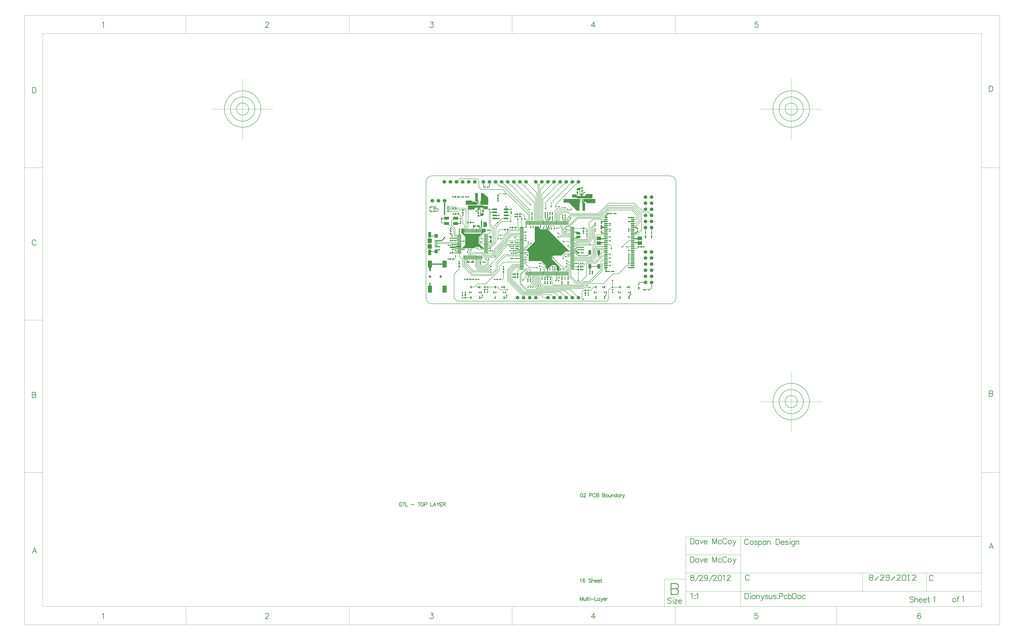
<source format=gtl>
%FSLAX25Y25*%
%MOIN*%
G70*
G01*
G75*
G04 Layer_Physical_Order=1*
G04 Layer_Color=255*
%ADD10O,0.06102X0.02165*%
%ADD11R,0.04921X0.01378*%
%ADD12O,0.07087X0.01181*%
%ADD13O,0.01181X0.07087*%
%ADD14R,0.02362X0.03937*%
%ADD15R,0.01772X0.03937*%
%ADD16R,0.07480X0.02835*%
%ADD17R,0.04921X0.07284*%
%ADD18R,0.09843X0.03543*%
%ADD19R,0.00984X0.03150*%
%ADD20R,0.07087X0.11811*%
%ADD21R,0.05118X0.09055*%
%ADD22R,0.07087X0.07480*%
%ADD23R,0.05512X0.06299*%
%ADD24R,0.05315X0.01575*%
%ADD25R,0.07874X0.04724*%
%ADD26R,0.04331X0.12598*%
%ADD27R,0.02953X0.02559*%
%ADD28R,0.02756X0.01969*%
%ADD29R,0.01969X0.02756*%
%ADD30R,0.05906X0.05118*%
%ADD31R,0.02362X0.01969*%
%ADD32R,0.02559X0.02953*%
%ADD33R,0.01969X0.02362*%
%ADD34C,0.00600*%
%ADD35C,0.01000*%
%ADD36C,0.01500*%
%ADD37C,0.02000*%
%ADD38C,0.03000*%
%ADD39C,0.00400*%
%ADD40C,0.00200*%
%ADD41C,0.01400*%
%ADD42C,0.05906*%
%ADD43C,0.03937*%
%ADD44C,0.06000*%
%ADD45C,0.02400*%
G36*
X108400Y110768D02*
Y107168D01*
X106000D01*
Y109169D01*
X104500Y110669D01*
X101500D01*
Y111669D01*
X107500D01*
X108400Y110768D01*
D02*
G37*
G36*
X355209Y110146D02*
Y105000D01*
X348009D01*
Y110246D01*
X348710Y110946D01*
X354410D01*
X355209Y110146D01*
D02*
G37*
G36*
X288000Y110246D02*
Y105000D01*
X280800D01*
Y110146D01*
X281600Y110946D01*
X287300D01*
X288000Y110246D01*
D02*
G37*
G36*
X254200Y109807D02*
X252252Y107859D01*
X240835D01*
Y108859D01*
X245985D01*
X247485Y110359D01*
Y112359D01*
X254200D01*
Y109807D01*
D02*
G37*
G36*
X82511Y126900D02*
X80511D01*
X79011Y125400D01*
Y122400D01*
X78011D01*
Y128400D01*
X78911Y129300D01*
X82511D01*
Y126900D01*
D02*
G37*
G36*
X92800Y136400D02*
Y126800D01*
X90900Y124900D01*
Y120200D01*
X89800D01*
Y125600D01*
X90800Y126600D01*
Y136400D01*
X91300Y136900D01*
X92300D01*
X92800Y136400D01*
D02*
G37*
G36*
X254200Y116700D02*
Y114148D01*
X247485D01*
Y116148D01*
X245985Y117648D01*
X240835D01*
Y118648D01*
X252252D01*
X254200Y116700D01*
D02*
G37*
G36*
X63300Y123400D02*
Y116400D01*
X64300Y115400D01*
X90700D01*
X91800Y116500D01*
Y117300D01*
Y123400D01*
X97900D01*
X98800Y122500D01*
Y119900D01*
X96200Y117300D01*
X94700D01*
X87100Y109700D01*
Y100000D01*
X95000Y92100D01*
X97800D01*
Y90900D01*
X91300D01*
X88300Y93900D01*
X82300D01*
X79900Y91500D01*
X62300D01*
X61800Y91000D01*
X60768D01*
Y92768D01*
X65300Y97300D01*
Y110300D01*
X58500Y117100D01*
Y119200D01*
Y123900D01*
X62800D01*
X63300Y123400D01*
D02*
G37*
G36*
X78957Y68400D02*
X78057Y67500D01*
X74458D01*
Y69900D01*
X76458D01*
X77957Y71400D01*
Y74400D01*
X78957D01*
Y68400D01*
D02*
G37*
G36*
X69169Y71400D02*
X70669Y69900D01*
X72668D01*
Y67500D01*
X69068D01*
X68168Y68400D01*
Y74400D01*
X69169D01*
Y71400D01*
D02*
G37*
G36*
X58500Y92900D02*
X50200D01*
X49300Y92000D01*
X40700D01*
X39800Y92900D01*
Y93700D01*
X40500Y94400D01*
X49700D01*
X51300Y96000D01*
X58500D01*
Y92900D01*
D02*
G37*
G36*
X108400Y101779D02*
X107500Y100880D01*
X101500D01*
Y101880D01*
X104500D01*
X106000Y103379D01*
Y105379D01*
X108400D01*
Y101779D01*
D02*
G37*
G36*
X355209Y97900D02*
X354410Y97100D01*
X348710D01*
X348009Y97800D01*
Y103046D01*
X355209D01*
Y97900D01*
D02*
G37*
G36*
X288000Y97800D02*
X287300Y97100D01*
X281600D01*
X280800Y97900D01*
Y103046D01*
X288000D01*
Y97800D01*
D02*
G37*
G36*
X85800Y169900D02*
X86900Y168800D01*
Y162800D01*
X85900D01*
Y165900D01*
X81500Y170300D01*
Y182200D01*
X85800D01*
Y169900D01*
D02*
G37*
G36*
X77600Y167900D02*
X82900D01*
X84900Y165900D01*
Y162800D01*
X66500D01*
X65800Y163500D01*
Y168500D01*
X67300Y170000D01*
X75500D01*
X77600Y167900D01*
D02*
G37*
G36*
X96200Y160600D02*
X102200D01*
Y155500D01*
X96400D01*
X93700Y158200D01*
X88800D01*
Y154100D01*
X85900D01*
Y158200D01*
X82600D01*
X82500Y158300D01*
X79000Y154800D01*
X69800D01*
X69400Y155200D01*
Y161000D01*
X70200Y161800D01*
X95000D01*
X96200Y160600D01*
D02*
G37*
G36*
X103000Y174300D02*
Y162800D01*
X89900D01*
Y168800D01*
X91000Y169900D01*
Y182000D01*
X95300D01*
X103000Y174300D01*
D02*
G37*
G36*
X253600Y186400D02*
X248100D01*
Y189200D01*
X249800Y190900D01*
X253600D01*
Y186400D01*
D02*
G37*
G36*
X257500Y177200D02*
X260800D01*
X260900Y177100D01*
X264400Y180600D01*
X273600D01*
X274000Y180200D01*
Y174400D01*
X273200Y173600D01*
X248400D01*
X247200Y174800D01*
X241200D01*
Y179900D01*
X247000D01*
X249700Y177200D01*
X254600D01*
Y181300D01*
X257500D01*
Y177200D01*
D02*
G37*
G36*
X278500Y172000D02*
Y166000D01*
X277900Y165400D01*
X265300D01*
X263200Y167500D01*
X260500D01*
X258500Y169500D01*
Y172600D01*
X277900D01*
X278500Y172000D01*
D02*
G37*
G36*
X289600Y127700D02*
X290200Y127100D01*
X296000D01*
Y125000D01*
X290300D01*
X289600Y124300D01*
Y122600D01*
X287300D01*
Y129600D01*
X289600D01*
Y127700D01*
D02*
G37*
G36*
X205300Y140000D02*
X202700Y137400D01*
Y126000D01*
X201000Y124300D01*
Y122200D01*
X236000Y87200D01*
X248900D01*
X250600Y85500D01*
X250900D01*
Y83000D01*
X249200D01*
X246100Y86100D01*
X229500D01*
X223100Y79700D01*
X209600D01*
X207300Y77300D01*
Y73900D01*
X219800Y61400D01*
Y55200D01*
X218500Y53900D01*
Y47300D01*
X217500D01*
X217400Y47400D01*
X217500Y47500D01*
Y53800D01*
X214800Y56500D01*
Y61900D01*
X212900Y63800D01*
X207200D01*
X200800Y57400D01*
Y47600D01*
X199700D01*
Y57500D01*
X197300Y59900D01*
Y63400D01*
X190000Y70700D01*
X169300D01*
Y84800D01*
X166027Y88100D01*
X152000D01*
X150000Y90100D01*
X148600D01*
Y92100D01*
X150800D01*
X153700Y89200D01*
X166000D01*
X179300Y102500D01*
Y126900D01*
X179800Y127400D01*
X185700D01*
X186300Y126800D01*
Y125400D01*
X189300Y122400D01*
X197300D01*
X200800Y125900D01*
Y128500D01*
X201700Y129400D01*
Y139800D01*
X203400Y141500D01*
Y143700D01*
X205300D01*
Y140000D01*
D02*
G37*
G36*
X88800Y128400D02*
Y122400D01*
X87800D01*
Y125400D01*
X86300Y126900D01*
X84300D01*
Y129300D01*
X87900D01*
X88800Y128400D01*
D02*
G37*
G36*
X100800Y132900D02*
Y127900D01*
X99300Y126400D01*
X94800D01*
Y133900D01*
X95300Y134400D01*
X99300D01*
X100800Y132900D01*
D02*
G37*
G36*
X253500Y166600D02*
X252400Y165500D01*
Y153400D01*
X248100D01*
X235100Y166500D01*
X226500D01*
Y172600D01*
X253500D01*
Y166600D01*
D02*
G37*
G36*
X257500Y169500D02*
X261900Y165100D01*
Y153200D01*
X257600D01*
Y165500D01*
X256500Y166600D01*
Y172600D01*
X257500D01*
Y169500D01*
D02*
G37*
G36*
X95300Y146200D02*
X93600Y144500D01*
X89800D01*
Y149000D01*
X95300D01*
Y146200D01*
D02*
G37*
D10*
X295957Y141818D02*
D03*
Y138669D02*
D03*
Y135519D02*
D03*
Y132369D02*
D03*
Y129220D02*
D03*
Y126070D02*
D03*
Y122921D02*
D03*
Y119771D02*
D03*
Y116621D02*
D03*
Y113472D02*
D03*
Y110322D02*
D03*
Y107172D02*
D03*
Y104023D02*
D03*
Y100873D02*
D03*
Y97724D02*
D03*
Y94574D02*
D03*
Y91424D02*
D03*
Y88275D02*
D03*
Y85125D02*
D03*
Y81976D02*
D03*
Y78826D02*
D03*
Y75676D02*
D03*
Y72527D02*
D03*
Y69377D02*
D03*
Y66228D02*
D03*
Y63078D02*
D03*
Y59928D02*
D03*
X340052Y141818D02*
D03*
Y138669D02*
D03*
Y135519D02*
D03*
Y132369D02*
D03*
Y129220D02*
D03*
Y126070D02*
D03*
Y122921D02*
D03*
Y119771D02*
D03*
Y116621D02*
D03*
Y113472D02*
D03*
Y110322D02*
D03*
Y107172D02*
D03*
Y104023D02*
D03*
Y100873D02*
D03*
Y97724D02*
D03*
Y94574D02*
D03*
Y91424D02*
D03*
Y88275D02*
D03*
Y85125D02*
D03*
Y81976D02*
D03*
Y78826D02*
D03*
Y75676D02*
D03*
Y72527D02*
D03*
Y69377D02*
D03*
Y66228D02*
D03*
Y63078D02*
D03*
Y59928D02*
D03*
D11*
X15078Y159639D02*
D03*
Y157080D02*
D03*
Y154520D02*
D03*
Y151961D02*
D03*
X37322Y159639D02*
D03*
Y157080D02*
D03*
Y154520D02*
D03*
Y151961D02*
D03*
D12*
X157765Y57151D02*
D03*
Y59120D02*
D03*
Y61088D02*
D03*
Y63057D02*
D03*
Y65025D02*
D03*
Y66994D02*
D03*
Y68962D02*
D03*
Y70931D02*
D03*
Y72899D02*
D03*
Y74868D02*
D03*
Y76836D02*
D03*
Y78805D02*
D03*
Y80773D02*
D03*
Y82742D02*
D03*
Y84710D02*
D03*
Y86679D02*
D03*
Y88647D02*
D03*
Y90616D02*
D03*
Y92584D02*
D03*
Y94553D02*
D03*
Y96521D02*
D03*
Y98490D02*
D03*
Y100458D02*
D03*
Y102427D02*
D03*
Y104395D02*
D03*
Y106364D02*
D03*
Y108332D02*
D03*
Y110301D02*
D03*
Y112269D02*
D03*
Y114238D02*
D03*
Y116206D02*
D03*
Y118175D02*
D03*
Y120143D02*
D03*
Y122112D02*
D03*
Y124080D02*
D03*
Y126049D02*
D03*
X240835D02*
D03*
Y124080D02*
D03*
Y122112D02*
D03*
Y120143D02*
D03*
Y118175D02*
D03*
Y116206D02*
D03*
Y114238D02*
D03*
Y112269D02*
D03*
Y110301D02*
D03*
Y108332D02*
D03*
Y106364D02*
D03*
Y104395D02*
D03*
Y102427D02*
D03*
Y100458D02*
D03*
Y98490D02*
D03*
Y96521D02*
D03*
Y94553D02*
D03*
Y92584D02*
D03*
Y90616D02*
D03*
Y88647D02*
D03*
Y86679D02*
D03*
Y84710D02*
D03*
Y82742D02*
D03*
Y80773D02*
D03*
Y78805D02*
D03*
Y76836D02*
D03*
Y74868D02*
D03*
Y72899D02*
D03*
Y70931D02*
D03*
Y68962D02*
D03*
Y66994D02*
D03*
Y65025D02*
D03*
Y63057D02*
D03*
Y61088D02*
D03*
Y59120D02*
D03*
Y57151D02*
D03*
X99350Y113164D02*
D03*
Y111195D02*
D03*
Y109227D02*
D03*
Y107258D02*
D03*
Y105290D02*
D03*
Y103321D02*
D03*
Y101353D02*
D03*
Y99384D02*
D03*
Y97416D02*
D03*
Y95447D02*
D03*
Y93479D02*
D03*
Y91510D02*
D03*
Y89542D02*
D03*
Y87573D02*
D03*
Y85605D02*
D03*
Y83636D02*
D03*
X55650D02*
D03*
Y85605D02*
D03*
Y87573D02*
D03*
Y89542D02*
D03*
Y91510D02*
D03*
Y93479D02*
D03*
Y95447D02*
D03*
Y97416D02*
D03*
Y99384D02*
D03*
Y101353D02*
D03*
Y103321D02*
D03*
Y105290D02*
D03*
Y107258D02*
D03*
Y109227D02*
D03*
Y111195D02*
D03*
Y113164D02*
D03*
D13*
X164851Y133135D02*
D03*
X166820D02*
D03*
X168788D02*
D03*
X170757D02*
D03*
X172725D02*
D03*
X174694D02*
D03*
X176662D02*
D03*
X178631D02*
D03*
X180599D02*
D03*
X182568D02*
D03*
X184536D02*
D03*
X186505D02*
D03*
X188473D02*
D03*
X190442D02*
D03*
X192410D02*
D03*
X194379D02*
D03*
X196347D02*
D03*
X198316D02*
D03*
X200284D02*
D03*
X202253D02*
D03*
X204221D02*
D03*
X206190D02*
D03*
X208158D02*
D03*
X210127D02*
D03*
X212095D02*
D03*
X214064D02*
D03*
X216032D02*
D03*
X218001D02*
D03*
X219969D02*
D03*
X221938D02*
D03*
X223906D02*
D03*
X225875D02*
D03*
X227843D02*
D03*
X229812D02*
D03*
X231780D02*
D03*
X233749D02*
D03*
Y50065D02*
D03*
X231780D02*
D03*
X229812D02*
D03*
X227843D02*
D03*
X225875D02*
D03*
X223906D02*
D03*
X221938D02*
D03*
X219969D02*
D03*
X218001D02*
D03*
X216032D02*
D03*
X214064D02*
D03*
X212095D02*
D03*
X210127D02*
D03*
X208158D02*
D03*
X206190D02*
D03*
X204221D02*
D03*
X202253D02*
D03*
X200284D02*
D03*
X198316D02*
D03*
X196347D02*
D03*
X194379D02*
D03*
X192410D02*
D03*
X190442D02*
D03*
X188473D02*
D03*
X186505D02*
D03*
X184536D02*
D03*
X182568D02*
D03*
X180599D02*
D03*
X178631D02*
D03*
X176662D02*
D03*
X174694D02*
D03*
X172725D02*
D03*
X170757D02*
D03*
X168788D02*
D03*
X166820D02*
D03*
X164851D02*
D03*
X62736Y120250D02*
D03*
X64705D02*
D03*
X66673D02*
D03*
X68642D02*
D03*
X70610D02*
D03*
X72579D02*
D03*
X74547D02*
D03*
X76516D02*
D03*
X78484D02*
D03*
X80453D02*
D03*
X82421D02*
D03*
X84390D02*
D03*
X86358D02*
D03*
X88327D02*
D03*
X90295D02*
D03*
X92264D02*
D03*
Y76550D02*
D03*
X90295D02*
D03*
X88327D02*
D03*
X86358D02*
D03*
X84390D02*
D03*
X82421D02*
D03*
X80453D02*
D03*
X78484D02*
D03*
X76516D02*
D03*
X74547D02*
D03*
X72579D02*
D03*
X70610D02*
D03*
X68642D02*
D03*
X66673D02*
D03*
X64705D02*
D03*
X62736D02*
D03*
D14*
X114417Y27761D02*
D03*
Y10439D02*
D03*
X128983D02*
D03*
Y27761D02*
D03*
X279416D02*
D03*
Y10439D02*
D03*
X293984D02*
D03*
Y27761D02*
D03*
X319378D02*
D03*
Y10439D02*
D03*
X333945D02*
D03*
Y27761D02*
D03*
X74417D02*
D03*
Y10439D02*
D03*
X88984D02*
D03*
Y27761D02*
D03*
D15*
X111759Y19100D02*
D03*
X131641D02*
D03*
X276759D02*
D03*
X296641D02*
D03*
X316721D02*
D03*
X336602D02*
D03*
X71759D02*
D03*
X91641D02*
D03*
D16*
X113648Y155500D02*
D03*
Y150500D02*
D03*
Y145500D02*
D03*
Y140500D02*
D03*
X132152Y155500D02*
D03*
Y150500D02*
D03*
Y145500D02*
D03*
Y140500D02*
D03*
D17*
X269516Y61983D02*
D03*
X284084D02*
D03*
Y84817D02*
D03*
X269516D02*
D03*
D18*
X256025Y175400D02*
D03*
X87375Y160000D02*
D03*
D19*
X258978Y171069D02*
D03*
X257010D02*
D03*
X255041D02*
D03*
X253072D02*
D03*
Y179731D02*
D03*
X255041D02*
D03*
X257010D02*
D03*
X258978D02*
D03*
X84422Y155669D02*
D03*
X86391D02*
D03*
X88359D02*
D03*
X90328D02*
D03*
Y164331D02*
D03*
X88359D02*
D03*
X86391D02*
D03*
X84422D02*
D03*
D20*
X31116Y24675D02*
D03*
X7100D02*
D03*
Y65620D02*
D03*
X31116D02*
D03*
D21*
X6968Y84436D02*
D03*
Y113964D02*
D03*
D22*
Y103924D02*
D03*
Y94476D02*
D03*
D23*
X17500Y111798D02*
D03*
Y86602D02*
D03*
D24*
Y104318D02*
D03*
Y101759D02*
D03*
Y99200D02*
D03*
Y96641D02*
D03*
Y94082D02*
D03*
D25*
X49183Y132269D02*
D03*
Y140931D02*
D03*
X34617D02*
D03*
Y132269D02*
D03*
D26*
X259724Y159600D02*
D03*
X250276D02*
D03*
X83650Y175700D02*
D03*
X93099D02*
D03*
D27*
X154800Y147400D02*
D03*
X150469D02*
D03*
Y143500D02*
D03*
X154800D02*
D03*
X48835Y175900D02*
D03*
X53165D02*
D03*
X130435Y122100D02*
D03*
X134765D02*
D03*
X147035Y49300D02*
D03*
X151365D02*
D03*
X49487Y157080D02*
D03*
X45157D02*
D03*
X73965Y133800D02*
D03*
X69635D02*
D03*
X49535Y148000D02*
D03*
X53865D02*
D03*
X40969Y73900D02*
D03*
X45300D02*
D03*
X349500Y94000D02*
D03*
X353831D02*
D03*
X151365Y44300D02*
D03*
X147035D02*
D03*
X254765Y56400D02*
D03*
X250435D02*
D03*
X254765Y61100D02*
D03*
X250435D02*
D03*
X69035Y40400D02*
D03*
X73365D02*
D03*
X147065Y125400D02*
D03*
X142735D02*
D03*
D28*
X122065Y40400D02*
D03*
X117735D02*
D03*
X61835Y175900D02*
D03*
X66165D02*
D03*
X82865Y40400D02*
D03*
X78535D02*
D03*
D29*
X265000Y119965D02*
D03*
Y115635D02*
D03*
D30*
X243500Y177340D02*
D03*
Y169860D02*
D03*
X72475Y158460D02*
D03*
Y165940D02*
D03*
X99275Y158000D02*
D03*
Y165480D02*
D03*
X271000Y176940D02*
D03*
Y169460D02*
D03*
D31*
X264700Y175037D02*
D03*
Y171100D02*
D03*
X267077Y18557D02*
D03*
Y22494D02*
D03*
X307000Y23763D02*
D03*
Y27700D02*
D03*
X140700Y151532D02*
D03*
Y155468D02*
D03*
X48200Y104131D02*
D03*
Y108069D02*
D03*
X44100Y104131D02*
D03*
Y108069D02*
D03*
Y93231D02*
D03*
Y97168D02*
D03*
X48300Y93231D02*
D03*
Y97168D02*
D03*
X106200Y87532D02*
D03*
Y91469D02*
D03*
X44300Y85232D02*
D03*
Y89169D02*
D03*
X107200Y108369D02*
D03*
Y104431D02*
D03*
X6900Y157768D02*
D03*
Y153832D02*
D03*
X26200Y138537D02*
D03*
Y134600D02*
D03*
X57600Y135563D02*
D03*
Y139500D02*
D03*
X349507Y102075D02*
D03*
Y106012D02*
D03*
X348000Y119532D02*
D03*
Y123468D02*
D03*
X353731Y102075D02*
D03*
Y106012D02*
D03*
X288440Y123571D02*
D03*
Y119634D02*
D03*
X288454Y128591D02*
D03*
Y132528D02*
D03*
X281976Y105971D02*
D03*
Y102034D02*
D03*
X286789Y105971D02*
D03*
Y102034D02*
D03*
X370800Y112163D02*
D03*
Y116100D02*
D03*
X360800Y112163D02*
D03*
Y116100D02*
D03*
X349800Y27963D02*
D03*
Y31900D02*
D03*
X195800Y36432D02*
D03*
Y40369D02*
D03*
X223906Y36531D02*
D03*
Y40468D02*
D03*
X253000Y115168D02*
D03*
Y111232D02*
D03*
X248700Y115168D02*
D03*
Y111232D02*
D03*
X174694Y146869D02*
D03*
Y142931D02*
D03*
X204300Y146869D02*
D03*
Y142931D02*
D03*
X200300Y36432D02*
D03*
Y40369D02*
D03*
X208158Y146869D02*
D03*
Y142931D02*
D03*
X204800Y36432D02*
D03*
Y40369D02*
D03*
X251500Y93337D02*
D03*
Y89400D02*
D03*
X233749Y36531D02*
D03*
Y40468D02*
D03*
X255100Y93237D02*
D03*
Y89300D02*
D03*
X144500Y83732D02*
D03*
Y87669D02*
D03*
X147900Y83732D02*
D03*
Y87669D02*
D03*
X60700Y14337D02*
D03*
Y10400D02*
D03*
X102035Y23863D02*
D03*
Y27800D02*
D03*
X79175Y160231D02*
D03*
Y164169D02*
D03*
D32*
X118800Y173069D02*
D03*
Y177400D02*
D03*
X262142Y18223D02*
D03*
Y22554D02*
D03*
X55200Y66131D02*
D03*
Y61800D02*
D03*
X61300Y150035D02*
D03*
Y154365D02*
D03*
X41300Y115635D02*
D03*
Y119965D02*
D03*
X259300Y119769D02*
D03*
Y124100D02*
D03*
X65300Y14731D02*
D03*
Y10400D02*
D03*
X97300Y23535D02*
D03*
Y27865D02*
D03*
X127800Y57231D02*
D03*
Y52900D02*
D03*
X94100Y147635D02*
D03*
Y151965D02*
D03*
X86435Y149331D02*
D03*
Y145000D02*
D03*
X249300Y187765D02*
D03*
Y183435D02*
D03*
X257000Y186035D02*
D03*
Y190365D02*
D03*
D33*
X101868Y121300D02*
D03*
X97931D02*
D03*
X55632Y122700D02*
D03*
X59569D02*
D03*
X95768Y132400D02*
D03*
X91831D02*
D03*
X95768Y128000D02*
D03*
X91831D02*
D03*
X85268Y128100D02*
D03*
X81331D02*
D03*
X94269Y68800D02*
D03*
X90332D02*
D03*
X75568Y68700D02*
D03*
X71631D02*
D03*
X305471Y53473D02*
D03*
X301534D02*
D03*
X308789Y148461D02*
D03*
X304852D02*
D03*
X361300Y23400D02*
D03*
X365237D02*
D03*
X101800Y191900D02*
D03*
X97863D02*
D03*
X167832Y40300D02*
D03*
X171768D02*
D03*
X273502Y53466D02*
D03*
X269565D02*
D03*
X254569Y66994D02*
D03*
X250631D02*
D03*
X224832Y141900D02*
D03*
X228768D02*
D03*
X255542Y84332D02*
D03*
X251606D02*
D03*
X144332Y91100D02*
D03*
X148268D02*
D03*
X196335Y146304D02*
D03*
X200272D02*
D03*
X196335Y142804D02*
D03*
X200272D02*
D03*
X143363Y74868D02*
D03*
X147300D02*
D03*
X144332Y94600D02*
D03*
X148268D02*
D03*
X143141Y101091D02*
D03*
X147078D02*
D03*
D34*
X91000Y102000D02*
X92321Y103321D01*
X88400Y108500D02*
X95000Y115100D01*
X88400Y100600D02*
Y108500D01*
Y100600D02*
X89616Y99384D01*
X99350D01*
X134900Y96900D02*
X152900D01*
X125000Y87000D02*
X134900Y96900D01*
X125000Y83100D02*
Y87000D01*
X100400Y58500D02*
X125000Y83100D01*
X121200Y62000D02*
X128162Y68962D01*
X123700Y107258D02*
X126258D01*
X132809Y98309D02*
X157584D01*
X123000Y88500D02*
X132809Y98309D01*
X123000Y84600D02*
Y88500D01*
X114950Y76550D02*
X123000Y84600D01*
X135500Y103900D02*
X152400D01*
X120900Y89300D02*
X135500Y103900D01*
X120900Y85900D02*
Y89300D01*
X113900Y78900D02*
X120900Y85900D01*
X141200Y112300D02*
X149900D01*
X118550Y89650D02*
X141200Y112300D01*
X110100Y78500D02*
X118550Y86950D01*
Y89650D01*
X116000Y89800D02*
X140438Y114238D01*
X116000Y87300D02*
Y89800D01*
X109400Y80700D02*
X116000Y87300D01*
X140438Y114238D02*
X157765D01*
X113500Y90400D02*
X139306Y116206D01*
X113500Y87500D02*
Y90400D01*
X109636Y83636D02*
X113500Y87500D01*
X139306Y116206D02*
X157765D01*
X139143Y120143D02*
X157765D01*
X126258Y107258D02*
X139143Y120143D01*
X134765Y118965D02*
Y122100D01*
X128800Y113000D02*
X134765Y118965D01*
X122300Y113000D02*
X128800D01*
X229000Y41500D02*
Y43500D01*
X227843Y44657D02*
X229000Y43500D01*
X227843Y44657D02*
Y50065D01*
X218500Y42500D02*
X219969Y43969D01*
X246500Y34000D02*
X255400D01*
X236400Y44100D02*
X246500Y34000D01*
X236400Y44100D02*
Y53600D01*
X255400Y34000D02*
X258600Y37200D01*
X253800Y35900D02*
X264200Y46300D01*
X248100Y35900D02*
X253800D01*
X238400Y45600D02*
X248100Y35900D01*
X238400Y45600D02*
Y53600D01*
X264200Y46300D02*
Y64900D01*
X258600Y37200D02*
X268400D01*
X260200Y35400D02*
X271000D01*
X256000Y31200D02*
X260200Y35400D01*
X210300Y31200D02*
X256000D01*
X261300Y33500D02*
X291900D01*
X257200Y29400D02*
X261300Y33500D01*
X193800Y29400D02*
X257200D01*
X260800Y30500D02*
X265500D01*
X257900Y27600D02*
X260800Y30500D01*
X183500Y27600D02*
X257900D01*
X261100Y27500D02*
X269500D01*
X259100Y25500D02*
X261100Y27500D01*
X182000Y25500D02*
X259100D01*
X216032Y40968D02*
X218500Y38500D01*
X207500Y34000D02*
X210300Y31200D01*
X207500Y34000D02*
Y44200D01*
X206190Y45510D02*
X207500Y44200D01*
X231900Y66500D02*
X233375Y65025D01*
X232000Y71000D02*
X234169Y68831D01*
X168500Y97900D02*
Y101400D01*
X163184Y92584D02*
X168500Y97900D01*
X164116Y90616D02*
X173000Y99500D01*
X157765Y90616D02*
X164116D01*
X228500Y118500D02*
X231400D01*
X226294Y116206D02*
X240835D01*
X225300Y117200D02*
X226294Y116206D01*
X225300Y117200D02*
Y119900D01*
X232000Y126600D01*
X224694Y114106D02*
X240704D01*
X223300Y115500D02*
X224694Y114106D01*
X223300Y115500D02*
Y120200D01*
X231100Y128000D01*
X221431Y112269D02*
X240835D01*
X217500Y116200D02*
X221431Y112269D01*
X217500Y110301D02*
X240835D01*
X235600Y78000D02*
X236405Y78805D01*
X229500Y78000D02*
X235600D01*
X225800Y74900D02*
Y78900D01*
X224900Y150400D02*
X233900D01*
X219969Y145469D02*
X224900Y150400D01*
X219969Y133135D02*
Y145469D01*
X224500Y153000D02*
X236000D01*
X218001Y146501D02*
X224500Y153000D01*
X218001Y133135D02*
Y146501D01*
X222600Y158100D02*
X229000D01*
X214064Y149564D02*
X222600Y158100D01*
X214064Y133135D02*
Y149564D01*
X223400Y155500D02*
X233500D01*
X236000Y153000D02*
X238400Y155400D01*
X147065Y125400D02*
X151600D01*
X20906Y101353D02*
X55650D01*
X20500Y101759D02*
X20906Y101353D01*
X17500Y101759D02*
X20500D01*
X20684Y99384D02*
X55650D01*
X20500Y99200D02*
X20684Y99384D01*
X17500Y99200D02*
X20500D01*
X113300Y40400D02*
X117735D01*
X82865D02*
X87300D01*
X73365D02*
X78535D01*
X235500Y83700D02*
X236327Y82873D01*
X230600Y83700D02*
X235500D01*
X225800Y78900D02*
X230600Y83700D01*
X236327Y82873D02*
X240704D01*
X168300Y27900D02*
X174694Y34294D01*
Y50065D01*
X55200Y57400D02*
Y61700D01*
X49300Y75000D02*
Y79000D01*
X48200Y73900D02*
X49300Y75000D01*
X45300Y73900D02*
X48200D01*
X50800Y200400D02*
X55900Y205500D01*
X55650Y78550D02*
X60500Y73700D01*
Y62799D02*
Y73700D01*
Y62799D02*
X76599Y46700D01*
X55650Y78550D02*
Y83636D01*
X197100Y156700D02*
Y166700D01*
X206300Y160000D02*
Y165900D01*
X240800Y200400D01*
X95000Y115100D02*
X103200D01*
X107800Y119700D01*
X84300Y92000D02*
X86758Y89542D01*
X64179Y154520D02*
X66673Y152027D01*
X37322Y154520D02*
X64179D01*
X66673Y120250D02*
Y152027D01*
X64705Y120250D02*
Y128895D01*
X60800Y132800D02*
X64705Y128895D01*
X60800Y132800D02*
Y141100D01*
X53922Y147978D02*
X60800Y141100D01*
X338400Y154200D02*
X346600Y146000D01*
X301700Y154200D02*
X338400D01*
X288100Y140600D02*
X301700Y154200D01*
X134765Y122100D02*
X157765D01*
X118800Y107258D02*
Y118500D01*
X122400Y122100D01*
X130435D01*
X55200Y66131D02*
Y69900D01*
X36131Y132269D02*
X46700Y121700D01*
Y114100D02*
Y121700D01*
Y114100D02*
X51573Y109227D01*
X42500Y129700D02*
Y135900D01*
Y129700D02*
X48700Y123500D01*
Y114600D02*
Y123500D01*
Y114600D02*
X52100Y111200D01*
X42500Y135900D02*
X47531Y140931D01*
X231400Y118500D02*
X233043Y120143D01*
X240835D01*
X60716Y14344D02*
Y19376D01*
X228180Y59120D02*
X240835D01*
X226400Y60900D02*
X228180Y59120D01*
X224200Y60900D02*
X226400D01*
X209300Y75800D02*
X224200Y60900D01*
X187300Y62300D02*
X190900D01*
X187300Y67000D02*
X191900D01*
X170600Y59900D02*
X182800D01*
X163506Y66994D02*
X170600Y59900D01*
X157765Y66994D02*
X163506D01*
X279200Y67000D02*
X291026Y78826D01*
X266300Y67000D02*
X279200D01*
X291026Y78826D02*
X295957D01*
X249820Y96500D02*
X273900D01*
X247732Y94412D02*
X249820Y96500D01*
X240976Y94412D02*
X247732D01*
X236405Y78805D02*
X240835D01*
X273900Y96500D02*
X276800Y99400D01*
X249300Y98700D02*
X269800D01*
X247121Y96521D02*
X249300Y98700D01*
X240835Y96521D02*
X247121D01*
X248800Y101100D02*
X268200D01*
X246190Y98490D02*
X248800Y101100D01*
X241600Y98490D02*
X246190D01*
X248300Y102900D02*
X266500D01*
X245858Y100458D02*
X248300Y102900D01*
X240835Y100458D02*
X245858D01*
X268200Y101100D02*
X274900Y107800D01*
X266500Y102900D02*
X272800Y109200D01*
X240704Y82873D02*
X240835Y82742D01*
X206190Y45510D02*
Y50065D01*
X185300Y29900D02*
Y31900D01*
X184536Y32664D02*
X185300Y31900D01*
X188800Y34400D02*
Y43300D01*
X186505Y32695D02*
X189300Y29900D01*
X184536Y32664D02*
Y50065D01*
X182568Y28532D02*
X183500Y27600D01*
X182568Y28532D02*
Y50065D01*
X180599Y26901D02*
X182000Y25500D01*
X180599Y26901D02*
Y50065D01*
X225400Y102427D02*
X240835D01*
X71759Y19100D02*
X74900D01*
X85843Y27761D02*
X88984D01*
X88500Y19100D02*
X91641D01*
X125300Y27761D02*
X128983D01*
X127800Y57231D02*
Y61665D01*
X64600Y40400D02*
X69035D01*
X49300Y87573D02*
X55650D01*
X51573Y109227D02*
X55650D01*
X62736Y63764D02*
Y76550D01*
X64705Y65295D02*
Y76550D01*
X49183Y140931D02*
X56169D01*
X57600Y139500D01*
X26250Y134650D02*
X28631Y132269D01*
X34617D01*
X37322Y157059D02*
X45322D01*
X37322Y159618D02*
X48983D01*
X49487Y159114D01*
Y157080D02*
Y159114D01*
X68642Y120250D02*
Y125642D01*
X70610Y76550D02*
Y83590D01*
X74547Y76550D02*
Y89400D01*
X80453Y76550D02*
Y81353D01*
X52039Y151961D02*
X53922Y150078D01*
X37322Y151961D02*
X52039D01*
X53922Y147978D02*
Y150078D01*
X49487Y157080D02*
X65455D01*
X307000Y27700D02*
X319378D01*
X333461Y19039D02*
X336602D01*
X330804Y27700D02*
X333945D01*
X316721Y19039D02*
X319861D01*
X267077Y14626D02*
Y18557D01*
X240835Y124100D02*
X263600D01*
X265000Y122700D01*
Y119965D02*
Y122700D01*
X91842Y107258D02*
X99350D01*
X92321Y103321D02*
X99350D01*
X107800Y119700D02*
Y126100D01*
X66673Y66727D02*
Y76550D01*
X68800Y85400D02*
X70610Y83590D01*
X72579Y76550D02*
Y87079D01*
X70279Y89379D02*
X72579Y87079D01*
X88195Y76418D02*
X88327Y76550D01*
X99350Y97416D02*
X106616D01*
X110600Y101400D01*
X99350Y95447D02*
X107347D01*
X125600Y140500D02*
X132152D01*
X99350Y93479D02*
X99482Y93610D01*
X138200Y145500D02*
X139900Y143800D01*
X132152Y145500D02*
X138200D01*
X104700Y129200D02*
X107800Y126100D01*
X106900Y130300D02*
X110600Y126600D01*
Y101400D02*
Y126600D01*
X107347Y95447D02*
X113000Y101100D01*
Y127900D01*
X115700Y126200D02*
X125000Y135500D01*
X134800Y200400D02*
X172294Y162906D01*
X124800Y200400D02*
X170300Y154900D01*
X172725Y125925D02*
Y133135D01*
X176662Y125962D02*
Y133135D01*
X154800Y200400D02*
X180599Y174601D01*
X164800Y200400D02*
X182568Y182632D01*
X190400Y180000D02*
X210800Y200400D01*
X196225Y133013D02*
X196347Y133135D01*
X192400Y172000D02*
X220800Y200400D01*
X197100Y166700D02*
X230800Y200400D01*
X210127Y128073D02*
Y133135D01*
X213800Y163400D02*
X250800Y200400D01*
X157584Y98309D02*
X157765Y98490D01*
X80453Y81353D02*
X82000Y82900D01*
X92100D01*
X96500Y78500D01*
X76516Y76550D02*
Y82916D01*
X78600Y85000D01*
X92600D01*
X96900Y80700D01*
X88195Y63405D02*
Y76418D01*
X86358Y62142D02*
Y76550D01*
X153551Y57151D02*
X157765D01*
X151365Y54965D02*
X153551Y57151D01*
X168788Y133135D02*
X168800Y133147D01*
X151600Y125400D02*
X152920Y124080D01*
X157765D01*
X104700Y129200D02*
Y155500D01*
X113648D01*
X106900Y130300D02*
Y150500D01*
X113648D01*
X125000Y135500D02*
X139900D01*
Y143800D01*
X113000Y127900D02*
X118700Y133600D01*
X125600Y140500D01*
X240835Y57151D02*
X246449D01*
X247200Y56400D01*
X250435D01*
X240847Y61100D02*
X250435D01*
X178631Y30231D02*
Y50065D01*
X212500Y18700D02*
X220800Y10400D01*
X220900Y20300D02*
X230800Y10400D01*
X165800Y21900D02*
X229300D01*
X240800Y10400D01*
X256400Y9600D02*
X258450Y7550D01*
X96900Y80700D02*
X109400D01*
X96500Y78500D02*
X110100D01*
X86758Y89542D02*
X99350D01*
X157765Y108332D02*
X164700D01*
X157765Y112269D02*
X164700D01*
X157765Y104395D02*
X164700D01*
X92264Y76550D02*
X114950D01*
X153279Y96521D02*
X157765D01*
X152900Y96900D02*
X153279Y96521D01*
X88195Y63405D02*
X89100Y62500D01*
X86358Y62142D02*
X88100Y60400D01*
X66673Y66727D02*
X78800Y54600D01*
X105000D01*
X84390Y61110D02*
Y76550D01*
Y61110D02*
X87000Y58500D01*
X100400D01*
X82421Y59779D02*
Y76550D01*
Y59779D02*
X85600Y56600D01*
X101900D01*
X64705Y65295D02*
X77500Y52500D01*
X157765Y76836D02*
X164780D01*
X128873Y80773D02*
X157765D01*
Y70931D02*
X162869D01*
X97300Y27800D02*
X102035D01*
X151365Y44300D02*
Y49300D01*
Y54965D01*
X143425Y65025D02*
X157765D01*
X134400Y56000D02*
X143425Y65025D01*
X144757Y63057D02*
X157765D01*
X145788Y61088D02*
X157765D01*
X147120Y59120D02*
X157765D01*
X136500Y54800D02*
X144757Y63057D01*
X138600Y53900D02*
X145788Y61088D01*
X140600Y52600D02*
X147120Y59120D01*
X155300Y32400D02*
X165800Y21900D01*
X155300Y32400D02*
Y48900D01*
X156900Y33700D02*
Y48500D01*
X164400Y56000D01*
X166000D01*
X166800Y55200D01*
X164851Y44751D02*
Y50065D01*
X159800Y39700D02*
X164851Y44751D01*
X166820Y50065D02*
Y55180D01*
X155300Y48900D02*
X164400Y58000D01*
X170000D01*
X172725Y55275D01*
Y50065D02*
Y55275D01*
X176662Y32162D02*
Y50065D01*
X186505Y32695D02*
Y50065D01*
X178631Y133135D02*
Y166569D01*
X144800Y200400D02*
X178631Y166569D01*
X180599Y133135D02*
Y174601D01*
X182568Y133135D02*
Y182632D01*
X184536Y133135D02*
Y196664D01*
X180800Y200400D02*
X184536Y196664D01*
X186505Y133135D02*
Y196105D01*
X190800Y200400D01*
X212095Y133135D02*
Y152795D01*
X219200Y159900D01*
X221938Y127338D02*
Y133135D01*
X219090Y124490D02*
X221938Y127338D01*
X215600Y124490D02*
X219090D01*
X223906D02*
Y133135D01*
X229812D02*
Y138112D01*
X231780Y133135D02*
Y137680D01*
X238500Y144400D01*
X285500D01*
X229812Y138112D02*
X238200Y146500D01*
X284800D01*
X240704Y114106D02*
X240835Y114238D01*
X273768Y138669D02*
X295957D01*
X333218Y122921D02*
X340052D01*
X353831Y94000D02*
X358493D01*
X340052Y91424D02*
X346924D01*
X233900Y150400D02*
X236000Y148300D01*
X283200D01*
X300600Y165700D01*
X307000Y27700D02*
Y38400D01*
X231780Y50065D02*
Y54380D01*
X232700Y55300D01*
X234700D01*
X236400Y53600D01*
X229812Y50065D02*
Y55112D01*
X231800Y57100D01*
X234900D01*
X238400Y53600D01*
X237400Y23800D02*
X250800Y10400D01*
X156900Y33700D02*
X166800Y23800D01*
X237400D01*
X250435Y38400D02*
Y56400D01*
X251000Y64200D02*
X260300D01*
X250435Y63635D02*
X251000Y64200D01*
X250435Y61100D02*
Y63635D01*
X289825Y85125D02*
X295957D01*
X233375Y65025D02*
X240835D01*
X235957Y63057D02*
X240835D01*
X234757Y61857D02*
X235957Y63057D01*
X230800Y61857D02*
X234757D01*
X216032Y40968D02*
Y50065D01*
X214064Y38500D02*
Y50065D01*
X219969Y43969D02*
Y50065D01*
X204221D02*
Y57238D01*
X208158Y50065D02*
Y61400D01*
X240704Y68831D02*
X240835Y68962D01*
X234169Y68831D02*
X240704D01*
X340052Y138669D02*
X345468D01*
X346600Y139800D01*
Y146000D01*
X286300Y142300D02*
X300900Y156900D01*
X339300D01*
X349200Y147000D01*
X285500Y144400D02*
X300100Y159000D01*
X341000D01*
X284800Y146500D02*
X299700Y161400D01*
X342200D01*
X340052Y129220D02*
X346920D01*
X351800Y134100D01*
Y148200D01*
X341000Y159000D02*
X351800Y148200D01*
X340052Y132369D02*
X345569D01*
X349200Y136000D01*
Y147000D01*
X342200Y161400D02*
X354700Y148900D01*
X340052Y113472D02*
X346572D01*
X354700Y121600D01*
Y148900D01*
X333170Y119791D02*
X340004D01*
X295957Y132369D02*
X302791D01*
X295957Y129220D02*
X302791D01*
X268300Y133200D02*
X273768Y138669D01*
X270500Y124319D02*
X278550Y132369D01*
X295957Y119771D02*
X302791D01*
X295957Y122921D02*
X302791D01*
X295957Y110322D02*
X302791D01*
X295957Y104023D02*
X302791D01*
X280274Y94574D02*
X295957D01*
X291225Y88275D02*
X295957D01*
X295933Y91400D02*
X295957Y91424D01*
X280900Y89900D02*
X289600D01*
X291225Y88275D01*
X280100Y92000D02*
X290700D01*
X291300Y91400D01*
X295933D01*
X264200Y64900D02*
X266300Y67000D01*
X260300Y64200D02*
X265300Y69200D01*
X288100Y83400D02*
X289825Y85125D01*
X287800Y56600D02*
Y70900D01*
X268400Y37200D02*
X287800Y56600D01*
X271000Y35400D02*
X290000Y54400D01*
X291028Y66228D02*
X295957D01*
X290000Y65200D02*
X291028Y66228D01*
X290000Y54400D02*
Y65200D01*
X289427Y72527D02*
X295957D01*
X287800Y70900D02*
X289427Y72527D01*
X265300Y69200D02*
X278300D01*
X288100Y79000D01*
Y83400D01*
X295957Y81976D02*
X302791D01*
X295957Y75676D02*
X302791D01*
X295957Y69377D02*
X302791D01*
X295957Y63078D02*
X302791D01*
X333218Y110322D02*
X340052D01*
X335474Y94574D02*
X340052D01*
X333218Y88275D02*
X340052D01*
X333218Y81976D02*
X340052D01*
X333218Y78826D02*
X340052D01*
X333218Y75676D02*
X340052D01*
X333218Y72527D02*
X340052D01*
X333218Y69377D02*
X340052D01*
X333218Y66228D02*
X340052D01*
X225875Y50065D02*
Y57400D01*
X272800Y123470D02*
X278550Y129220D01*
X274900Y122000D02*
X275820Y122921D01*
X278200D01*
X276800Y99400D02*
Y118371D01*
X278200Y119771D01*
X278800Y97200D02*
Y111000D01*
X280000Y89000D02*
X280900Y89900D01*
X278000D02*
X280100Y92000D01*
X276100Y90400D02*
X280274Y94574D01*
X274400Y92800D02*
X278800Y97200D01*
X240835Y70931D02*
X274131D01*
X280000Y76800D01*
Y89000D01*
X240835Y72899D02*
X272599D01*
X278000Y78300D01*
Y89900D01*
X240835Y74868D02*
X271368D01*
X276100Y79600D01*
Y90400D01*
X240835Y76836D02*
X270136D01*
X274400Y81100D01*
Y92800D01*
X236616Y92584D02*
X240835D01*
X233800Y95400D02*
X236616Y92584D01*
X295957Y97724D02*
X302500D01*
X304800Y90900D02*
Y95424D01*
X302500Y97724D02*
X304800Y95424D01*
X322800Y93900D02*
X332923Y104023D01*
X340052D01*
X334800Y93900D02*
X335474Y94574D01*
X330200Y93900D02*
X334800D01*
X216032Y148132D02*
X223400Y155500D01*
X216032Y133135D02*
Y148132D01*
X330178Y63078D02*
X340052D01*
X316900Y49800D02*
X330178Y63078D01*
X291900Y33500D02*
X308200Y49800D01*
X316900D01*
X140600Y41500D02*
Y52600D01*
Y41500D02*
X161800Y20300D01*
X220900D01*
X138600Y40700D02*
Y53900D01*
Y40700D02*
X160600Y18700D01*
X212500D01*
X136500Y39800D02*
Y54800D01*
Y39800D02*
X159400Y16900D01*
X134400Y38700D02*
Y56000D01*
Y38700D02*
X158100Y15000D01*
X274900Y107800D02*
Y122000D01*
X240835Y104395D02*
X264795D01*
X270500Y110100D01*
Y124319D01*
X240835Y106364D02*
X263864D01*
X268300Y110800D01*
Y133200D01*
X127957Y19100D02*
X131641D01*
X111759D02*
X115443D01*
X99350Y83636D02*
X109636D01*
X99482Y93610D02*
X108410D01*
X115700Y100900D01*
Y126200D01*
X276759Y19100D02*
X279900D01*
X290843Y27761D02*
X293984D01*
X293500Y19100D02*
X296641D01*
X272800Y109200D02*
Y123470D01*
X278800Y111000D02*
X281272Y113472D01*
X295957D01*
X157765Y82742D02*
X162458D01*
X164800Y80400D01*
X167300D01*
X191900Y67000D02*
X196347Y62553D01*
Y50065D02*
Y62553D01*
X190900Y62300D02*
X194379Y58821D01*
Y50065D02*
Y58821D01*
X210127Y128073D02*
X211100Y127100D01*
Y123400D02*
Y127100D01*
X206190Y127510D02*
Y133135D01*
Y127510D02*
X206700Y127000D01*
X193800Y124400D02*
Y126500D01*
X196225Y128925D01*
Y133013D01*
X206700Y123400D02*
Y127000D01*
X68642Y125642D02*
X69800Y126800D01*
Y152735D01*
X65455Y157080D02*
X69800Y152735D01*
X157765Y126049D02*
Y139400D01*
X151600Y125400D02*
Y139400D01*
X234100Y128000D02*
X248400Y142300D01*
X286300D01*
X235600Y126600D02*
X249600Y140600D01*
X288100D01*
X88100Y60400D02*
X98300D01*
X103300Y65400D01*
Y73900D01*
X89100Y62500D02*
X97100D01*
X101300Y66700D01*
Y72000D01*
X99300Y74000D02*
X101300Y72000D01*
X101900Y56600D02*
X107250Y61950D01*
X157549Y90400D02*
X157765Y90616D01*
X297400Y4900D02*
X300000Y7500D01*
X240835Y94553D02*
X240976Y94412D01*
X152400Y103900D02*
X153873Y102427D01*
X157765D01*
X231112Y122112D02*
X240835D01*
X232000Y126600D02*
X235600D01*
X231100Y128000D02*
X234100D01*
X97300Y19400D02*
Y23535D01*
X256400Y9600D02*
Y19600D01*
X259295Y22494D02*
X267077D01*
X256400Y19600D02*
X259295Y22494D01*
X262142Y14700D02*
Y18223D01*
X300000Y7500D02*
Y22900D01*
X304800Y27700D01*
X307000D01*
Y19200D02*
Y23763D01*
X267077Y22526D02*
X270726D01*
X275961Y27761D01*
X279416D01*
X52100Y111200D02*
X54200D01*
X54205Y111195D01*
X55650D01*
X204221Y124821D02*
Y133135D01*
X213800Y159900D02*
Y163400D01*
X202800Y123400D02*
X204221Y124821D01*
X190400Y138400D02*
Y180000D01*
Y138400D02*
X192410Y136390D01*
Y133135D02*
Y136390D01*
X190442Y133135D02*
Y136458D01*
X192400Y138500D02*
Y172000D01*
Y138500D02*
X194379Y136521D01*
Y133135D02*
Y136521D01*
X188400Y188000D02*
X200800Y200400D01*
X188400Y138500D02*
X190442Y136458D01*
X188400Y138500D02*
Y188000D01*
X128162Y68962D02*
X157765D01*
X162869Y70931D02*
X164800Y69000D01*
X77500Y52500D02*
X107300D01*
X157765Y92584D02*
X163184D01*
X76599Y46700D02*
X108900D01*
X62736Y63764D02*
X78000Y48500D01*
X107900D01*
X105000Y54600D02*
X107300Y56900D01*
X149900Y112300D02*
X151899Y110301D01*
X157765D01*
X149400Y106364D02*
X157765D01*
X146332Y109432D02*
X149400Y106364D01*
X190442Y44942D02*
Y50065D01*
X191400Y41300D02*
Y43600D01*
X192410Y44610D01*
Y50065D01*
X188800Y43300D02*
X190442Y44942D01*
X158100Y15000D02*
X189100D01*
X193700Y10400D01*
X200800D01*
X159400Y16900D02*
X191800D01*
X193000Y15700D01*
X205500D01*
X210800Y10400D01*
X188800Y34400D02*
X193800Y29400D01*
X172400Y27900D02*
X176662Y32162D01*
X176300Y27900D02*
X178631Y30231D01*
X115968Y56568D02*
Y67868D01*
X107900Y48500D02*
X115968Y56568D01*
Y67868D02*
X128873Y80773D01*
X108900Y46700D02*
X118700Y56500D01*
Y66700D01*
X130805Y78805D01*
X157765D01*
X221938Y50065D02*
Y57343D01*
X221900Y57381D02*
X221938Y57343D01*
X221900Y57381D02*
Y57400D01*
X209995Y58995D02*
X212300Y61300D01*
X209995Y50196D02*
X210127Y50065D01*
X209995Y50196D02*
Y58995D01*
X365300Y150900D02*
X370800Y145400D01*
X300600Y165700D02*
X342600D01*
X357400Y150900D01*
X365300D01*
X346924Y91424D02*
X349500Y94000D01*
X102035Y18866D02*
Y23863D01*
X102000Y18866D02*
X102035D01*
X60700Y10439D02*
X74417D01*
X51800Y4900D02*
X297400D01*
X46900Y9800D02*
X51800Y4900D01*
X46900Y9800D02*
Y49100D01*
X55200Y57400D01*
X114417Y27761D02*
X118439D01*
X122800Y23400D01*
X134300D01*
X102035Y27761D02*
X114417D01*
X122065Y40400D02*
X125900D01*
X127800Y42300D01*
Y52900D01*
X74417Y27761D02*
X80361D01*
X85700Y33100D01*
X98800D01*
X121200Y55500D01*
Y62000D01*
X162800Y139400D02*
X165400D01*
X166820Y133135D02*
Y137980D01*
X154800Y147400D02*
X159500D01*
X162800Y144100D01*
Y140400D02*
Y144100D01*
X87400Y191900D02*
X91500Y187800D01*
X55900Y205500D02*
X84700D01*
X87400Y202800D01*
Y191900D02*
Y202800D01*
X170757Y133135D02*
Y149543D01*
X154800Y143500D02*
X157200D01*
X157765Y142935D01*
Y139400D02*
Y142935D01*
X165400Y139400D02*
X166820Y137980D01*
X168800Y133147D02*
Y146400D01*
X114800Y200400D02*
X122800Y192400D01*
X127900D01*
X170757Y149543D01*
X134300Y180900D02*
X168800Y146400D01*
X130800Y180900D02*
X134300D01*
X91500Y187800D02*
X127600D01*
X130800Y184600D01*
Y180900D02*
Y184600D01*
X119300Y180900D02*
X130800D01*
X118800Y180400D02*
X119300Y180900D01*
X118800Y177400D02*
Y180400D01*
X610000Y-160000D02*
G03*
X610000Y-160000I-10000J0D01*
G01*
X620000D02*
G03*
X620000Y-160000I-20000J0D01*
G01*
X630000D02*
G03*
X630000Y-160000I-30000J0D01*
G01*
X610000Y320000D02*
G03*
X610000Y320000I-10000J0D01*
G01*
X620000D02*
G03*
X620000Y320000I-20000J0D01*
G01*
X630000D02*
G03*
X630000Y320000I-30000J0D01*
G01*
X-290000D02*
G03*
X-290000Y320000I-10000J0D01*
G01*
X-280000D02*
G03*
X-280000Y320000I-20000J0D01*
G01*
X-270000D02*
G03*
X-270000Y320000I-30000J0D01*
G01*
X800Y10400D02*
G03*
X10800Y400I10000J0D01*
G01*
Y210400D02*
G03*
X800Y200400I0J-10000D01*
G01*
X410800D02*
G03*
X400800Y210400I-10000J0D01*
G01*
Y400D02*
G03*
X410800Y10400I0J10000D01*
G01*
X800D02*
Y200400D01*
X10800Y400D02*
X400800D01*
X410800Y10400D02*
Y200400D01*
X10800Y210400D02*
X400800D01*
D35*
X40868Y97168D02*
X44100D01*
X40400Y96700D02*
X40868Y97168D01*
X38500Y96700D02*
X40400D01*
X20098Y89200D02*
X22800D01*
X17500Y86602D02*
X20098Y89200D01*
X146735Y147400D02*
X150469D01*
X138800Y125400D02*
X142735D01*
X6968Y103924D02*
Y111798D01*
X7670D02*
X17500D01*
X6968Y84436D02*
Y94476D01*
X7170Y86602D02*
X17500D01*
X6968Y94476D02*
Y103924D01*
X349800Y31900D02*
Y34400D01*
X350800Y35400D01*
X365237Y23400D02*
X368000D01*
X370800Y26200D01*
X37135Y73900D02*
X40969D01*
X350800Y35400D02*
X360800D01*
X86391Y149375D02*
Y155669D01*
X84422Y153422D02*
Y155669D01*
X83200Y152200D02*
X84422Y153422D01*
X90328Y145000D02*
Y155669D01*
X86435Y145000D02*
X90328D01*
X94100Y151965D02*
Y155000D01*
X249300Y180400D02*
Y183435D01*
X253072Y190400D02*
X256965D01*
X253072Y179731D02*
Y190400D01*
X258978Y181978D02*
X260200Y183200D01*
X258978Y179731D02*
Y181978D01*
X257010Y179731D02*
Y186025D01*
X99350Y91510D02*
X106200D01*
X55650D02*
X61310D01*
X96000Y191900D02*
X97863D01*
X94800Y193100D02*
X96000Y191900D01*
X94800Y193100D02*
Y200400D01*
X308789Y148461D02*
X312069D01*
X65300Y14731D02*
Y19400D01*
X248647Y88647D02*
X249269Y89268D01*
X255542Y84332D02*
X258674D01*
X249269Y89268D02*
X258800D01*
X265400Y79500D02*
X269409Y83509D01*
X250800Y79500D02*
X265400D01*
X245590Y84710D02*
X250800Y79500D01*
X248500Y93200D02*
X258800D01*
X245916Y90616D02*
X248500Y93200D01*
X240835Y90616D02*
X245916D01*
X240835Y84710D02*
X245590D01*
X269409Y83509D02*
Y84710D01*
X240835Y88647D02*
X248647D01*
X195800Y40369D02*
Y43400D01*
X204800Y40369D02*
Y43400D01*
X200300Y40369D02*
Y43384D01*
X55650Y89542D02*
X62758D01*
X51390Y105290D02*
X55650D01*
X50200Y104100D02*
X51390Y105290D01*
X51342Y107258D02*
X55650D01*
X50532Y108069D02*
X51342Y107258D01*
X40832Y108069D02*
X44100D01*
X48200D01*
X50532D01*
X55650Y113164D02*
Y117950D01*
Y103321D02*
X62779D01*
X40800Y104100D02*
X50200D01*
X57600Y132300D02*
Y135600D01*
X49183Y132269D02*
X57569D01*
X26231Y140931D02*
X34617D01*
X26200Y138568D02*
Y140900D01*
X8770Y151961D02*
X15078D01*
X6900Y153832D02*
X8770Y151961D01*
X8770Y159639D02*
X15078D01*
X6900Y157768D02*
X8770Y159639D01*
X15078Y157080D02*
X19320D01*
X20700Y155700D01*
Y153400D02*
Y155700D01*
X19261Y151961D02*
X20700Y153400D01*
X15078Y151961D02*
X19261D01*
X55600Y118600D02*
Y122669D01*
X99350Y87573D02*
X109900D01*
X90295Y65405D02*
Y76550D01*
X45400Y148000D02*
X49535D01*
X61300Y145900D02*
Y150035D01*
X73965Y133800D02*
X78100D01*
X269516Y53515D02*
Y61983D01*
Y53515D02*
X269534Y53498D01*
Y50000D02*
Y53498D01*
X269516Y61983D02*
X284084D01*
X132152Y150500D02*
Y155500D01*
X132184Y155468D02*
X140700D01*
X113648Y145500D02*
X120600D01*
X370800Y26200D02*
Y35400D01*
X360800Y116131D02*
Y125400D01*
X370800Y116131D02*
Y125400D01*
X170757Y44743D02*
Y50065D01*
Y44743D02*
X171768Y43731D01*
Y40300D02*
Y43731D01*
Y36931D02*
Y40300D01*
X167776Y36931D02*
Y43731D01*
X168788Y44743D01*
Y50065D01*
X224863Y139469D02*
Y146268D01*
X225875Y133135D02*
Y138457D01*
X224863Y139469D02*
X225875Y138457D01*
X228855Y139469D02*
Y146268D01*
X227843Y133135D02*
Y138457D01*
X228855Y139469D01*
X147300Y74868D02*
X157765D01*
X150916Y84710D02*
X157765D01*
X149904Y83698D02*
X150916Y84710D01*
X149904Y87691D02*
X150916Y86679D01*
X157765D01*
X141902Y83698D02*
X149904D01*
X141900Y83700D02*
X141902Y83698D01*
X141300Y83700D02*
X141900D01*
X138491Y87691D02*
X149904D01*
X200300Y149594D02*
X200309Y149604D01*
X196309Y149004D02*
Y149604D01*
X196308Y149002D02*
X196309Y149004D01*
X200284Y133135D02*
Y149604D01*
X148000Y94553D02*
X157765D01*
Y84710D02*
X164790D01*
X198316Y126110D02*
Y133135D01*
Y45916D02*
Y50065D01*
X218001D02*
Y56899D01*
X223906Y40468D02*
Y50065D01*
X233749Y40468D02*
Y50065D01*
X240835Y66994D02*
X250600D01*
X208158Y133135D02*
Y142900D01*
X174694Y133135D02*
Y142900D01*
X138491Y94600D02*
X144332D01*
X140209Y101091D02*
X143141D01*
X174694Y146869D02*
Y149800D01*
X208158Y146869D02*
Y149800D01*
X233749Y33400D02*
Y36531D01*
X157765Y118175D02*
X164700D01*
X164851Y126200D02*
Y133135D01*
X188473Y126200D02*
Y133135D01*
X234001Y80773D02*
X240835D01*
X254765Y56400D02*
X258300D01*
X265000Y111200D02*
Y115635D01*
X143400Y44300D02*
X147035D01*
X143400Y49300D02*
X147035D01*
X333945Y10377D02*
Y13345D01*
X336602Y16002D01*
Y19039D01*
X293984Y10439D02*
Y12983D01*
X296641Y15641D01*
Y19100D01*
X233749Y133135D02*
Y136349D01*
X238300Y140900D01*
X223906Y33400D02*
Y36531D01*
X66165Y175900D02*
X70500D01*
X44535D02*
X48869D01*
X53165D02*
X61835D01*
X258294Y66994D02*
X258300Y67000D01*
X254569Y66994D02*
X258294D01*
X254765Y61100D02*
X258300D01*
X258670Y89304D02*
X258674Y89300D01*
X132152Y155500D02*
Y160048D01*
X188473Y50065D02*
Y57400D01*
X49800Y90500D02*
X50810Y91510D01*
X55650D01*
X43400Y97400D02*
X43416Y97416D01*
X55650D01*
X94269Y68800D02*
X97637D01*
X49900Y83900D02*
X51605Y85605D01*
X55650D01*
X40800Y83900D02*
X49900D01*
X46000Y90500D02*
X49800D01*
X45200Y89700D02*
X46000Y90500D01*
X147009Y101049D02*
X152651D01*
X153242Y100458D01*
X157765D01*
X259300Y116300D02*
Y119769D01*
X200284Y149604D02*
X200309D01*
X196335Y140365D02*
X198316Y138384D01*
Y133135D02*
Y138384D01*
X196335Y140365D02*
Y149604D01*
X204300Y146869D02*
Y149800D01*
X157765Y72899D02*
X164700D01*
X141300Y91100D02*
X144332D01*
X195800Y43400D02*
X198316Y45916D01*
X202253Y45947D02*
Y50065D01*
Y45947D02*
X204800Y43400D01*
X200284D02*
Y50065D01*
X195800Y33500D02*
Y36432D01*
X200300Y33432D02*
Y36500D01*
X204800Y33500D02*
Y36432D01*
X41300Y115635D02*
X43431Y113504D01*
Y111831D02*
Y113504D01*
X41300Y119965D02*
Y123900D01*
X140332Y74868D02*
X143363D01*
X212095Y57395D02*
X212100Y57400D01*
X212095Y50065D02*
Y57395D01*
X133300Y11600D02*
Y14400D01*
X132139Y10439D02*
X133300Y11600D01*
X128983Y10439D02*
X132139D01*
X88984D02*
X92139D01*
X93300Y11600D01*
Y14400D01*
X104863Y193100D02*
Y200400D01*
X103663Y191900D02*
X104863Y193100D01*
X101800Y191900D02*
X103663D01*
X146735Y143500D02*
X150469D01*
X118800Y169335D02*
Y173069D01*
X-38940Y-326906D02*
X-39226Y-326335D01*
X-39797Y-325764D01*
X-40369Y-325478D01*
X-41511D01*
X-42083Y-325764D01*
X-42654Y-326335D01*
X-42940Y-326906D01*
X-43225Y-327763D01*
Y-329191D01*
X-42940Y-330048D01*
X-42654Y-330620D01*
X-42083Y-331191D01*
X-41511Y-331476D01*
X-40369D01*
X-39797Y-331191D01*
X-39226Y-330620D01*
X-38940Y-330048D01*
Y-329191D01*
X-40369D02*
X-38940D01*
X-35570Y-325478D02*
Y-331476D01*
X-37569Y-325478D02*
X-33570D01*
X-32856D02*
Y-331476D01*
X-29428D01*
X-24058Y-328906D02*
X-18916D01*
X-10432Y-325478D02*
Y-331476D01*
X-12432Y-325478D02*
X-8433D01*
X-6005D02*
X-6576Y-325764D01*
X-7147Y-326335D01*
X-7433Y-326906D01*
X-7718Y-327763D01*
Y-329191D01*
X-7433Y-330048D01*
X-7147Y-330620D01*
X-6576Y-331191D01*
X-6005Y-331476D01*
X-4862D01*
X-4291Y-331191D01*
X-3719Y-330620D01*
X-3434Y-330048D01*
X-3148Y-329191D01*
Y-327763D01*
X-3434Y-326906D01*
X-3719Y-326335D01*
X-4291Y-325764D01*
X-4862Y-325478D01*
X-6005D01*
X-1748Y-328620D02*
X823D01*
X1680Y-328334D01*
X1965Y-328049D01*
X2251Y-327477D01*
Y-326620D01*
X1965Y-326049D01*
X1680Y-325764D01*
X823Y-325478D01*
X-1748D01*
Y-331476D01*
X8307Y-325478D02*
Y-331476D01*
X11734D01*
X16962D02*
X14677Y-325478D01*
X12392Y-331476D01*
X13248Y-329477D02*
X16105D01*
X18362Y-325478D02*
X20647Y-328334D01*
Y-331476D01*
X22932Y-325478D02*
X20647Y-328334D01*
X27417Y-325478D02*
X23703D01*
Y-331476D01*
X27417D01*
X23703Y-328334D02*
X25989D01*
X28417Y-325478D02*
Y-331476D01*
Y-325478D02*
X30988D01*
X31844Y-325764D01*
X32130Y-326049D01*
X32416Y-326620D01*
Y-327192D01*
X32130Y-327763D01*
X31844Y-328049D01*
X30988Y-328334D01*
X28417D01*
X30416D02*
X32416Y-331476D01*
X255214Y-310501D02*
X254357Y-310787D01*
X253786Y-311644D01*
X253500Y-313072D01*
Y-313929D01*
X253786Y-315357D01*
X254357Y-316214D01*
X255214Y-316500D01*
X255785D01*
X256642Y-316214D01*
X257213Y-315357D01*
X257499Y-313929D01*
Y-313072D01*
X257213Y-311644D01*
X256642Y-310787D01*
X255785Y-310501D01*
X255214D01*
X259127Y-311930D02*
Y-311644D01*
X259413Y-311073D01*
X259699Y-310787D01*
X260270Y-310501D01*
X261413D01*
X261984Y-310787D01*
X262269Y-311073D01*
X262555Y-311644D01*
Y-312215D01*
X262269Y-312787D01*
X261698Y-313644D01*
X258842Y-316500D01*
X262841D01*
X268897Y-313644D02*
X271468D01*
X272324Y-313358D01*
X272610Y-313072D01*
X272896Y-312501D01*
Y-311644D01*
X272610Y-311073D01*
X272324Y-310787D01*
X271468Y-310501D01*
X268897D01*
Y-316500D01*
X278523Y-311930D02*
X278238Y-311358D01*
X277666Y-310787D01*
X277095Y-310501D01*
X275952D01*
X275381Y-310787D01*
X274810Y-311358D01*
X274524Y-311930D01*
X274238Y-312787D01*
Y-314215D01*
X274524Y-315072D01*
X274810Y-315643D01*
X275381Y-316214D01*
X275952Y-316500D01*
X277095D01*
X277666Y-316214D01*
X278238Y-315643D01*
X278523Y-315072D01*
X280209Y-310501D02*
Y-316500D01*
Y-310501D02*
X282779D01*
X283636Y-310787D01*
X283922Y-311073D01*
X284208Y-311644D01*
Y-312215D01*
X283922Y-312787D01*
X283636Y-313072D01*
X282779Y-313358D01*
X280209D02*
X282779D01*
X283636Y-313644D01*
X283922Y-313929D01*
X284208Y-314500D01*
Y-315357D01*
X283922Y-315929D01*
X283636Y-316214D01*
X282779Y-316500D01*
X280209D01*
X290264Y-310501D02*
Y-316500D01*
Y-310501D02*
X292834D01*
X293691Y-310787D01*
X293977Y-311073D01*
X294263Y-311644D01*
Y-312215D01*
X293977Y-312787D01*
X293691Y-313072D01*
X292834Y-313358D01*
X290264D02*
X292834D01*
X293691Y-313644D01*
X293977Y-313929D01*
X294263Y-314500D01*
Y-315357D01*
X293977Y-315929D01*
X293691Y-316214D01*
X292834Y-316500D01*
X290264D01*
X297034Y-312501D02*
X296462Y-312787D01*
X295891Y-313358D01*
X295605Y-314215D01*
Y-314786D01*
X295891Y-315643D01*
X296462Y-316214D01*
X297034Y-316500D01*
X297890D01*
X298462Y-316214D01*
X299033Y-315643D01*
X299319Y-314786D01*
Y-314215D01*
X299033Y-313358D01*
X298462Y-312787D01*
X297890Y-312501D01*
X297034D01*
X300633D02*
Y-315357D01*
X300918Y-316214D01*
X301490Y-316500D01*
X302347D01*
X302918Y-316214D01*
X303775Y-315357D01*
Y-312501D02*
Y-316500D01*
X305346Y-312501D02*
Y-316500D01*
Y-313644D02*
X306203Y-312787D01*
X306774Y-312501D01*
X307631D01*
X308203Y-312787D01*
X308488Y-313644D01*
Y-316500D01*
X313487Y-310501D02*
Y-316500D01*
Y-313358D02*
X312916Y-312787D01*
X312345Y-312501D01*
X311488D01*
X310916Y-312787D01*
X310345Y-313358D01*
X310059Y-314215D01*
Y-314786D01*
X310345Y-315643D01*
X310916Y-316214D01*
X311488Y-316500D01*
X312345D01*
X312916Y-316214D01*
X313487Y-315643D01*
X318515Y-312501D02*
Y-316500D01*
Y-313358D02*
X317943Y-312787D01*
X317372Y-312501D01*
X316515D01*
X315944Y-312787D01*
X315372Y-313358D01*
X315087Y-314215D01*
Y-314786D01*
X315372Y-315643D01*
X315944Y-316214D01*
X316515Y-316500D01*
X317372D01*
X317943Y-316214D01*
X318515Y-315643D01*
X320114Y-312501D02*
Y-316500D01*
Y-314215D02*
X320400Y-313358D01*
X320971Y-312787D01*
X321543Y-312501D01*
X322399D01*
X323228D02*
X324942Y-316500D01*
X326656Y-312501D02*
X324942Y-316500D01*
X324371Y-317643D01*
X323799Y-318214D01*
X323228Y-318500D01*
X322942D01*
X924500Y-142002D02*
Y-151000D01*
Y-142002D02*
X928356D01*
X929642Y-142430D01*
X930070Y-142859D01*
X930499Y-143716D01*
Y-144573D01*
X930070Y-145430D01*
X929642Y-145858D01*
X928356Y-146287D01*
X924500D02*
X928356D01*
X929642Y-146715D01*
X930070Y-147144D01*
X930499Y-148001D01*
Y-149286D01*
X930070Y-150143D01*
X929642Y-150572D01*
X928356Y-151000D01*
X924500D01*
X-638144Y-408500D02*
X-641572Y-399502D01*
X-645000Y-408500D01*
X-643715Y-405501D02*
X-639430D01*
X-645500Y-144502D02*
Y-153500D01*
Y-144502D02*
X-641644D01*
X-640358Y-144930D01*
X-639930Y-145359D01*
X-639501Y-146216D01*
Y-147073D01*
X-639930Y-147930D01*
X-640358Y-148358D01*
X-641644Y-148787D01*
X-645500D02*
X-641644D01*
X-640358Y-149215D01*
X-639930Y-149644D01*
X-639501Y-150501D01*
Y-151786D01*
X-639930Y-152643D01*
X-640358Y-153071D01*
X-641644Y-153500D01*
X-645500D01*
X-639073Y103356D02*
X-639501Y104213D01*
X-640358Y105070D01*
X-641215Y105498D01*
X-642929D01*
X-643786Y105070D01*
X-644643Y104213D01*
X-645072Y103356D01*
X-645500Y102070D01*
Y99928D01*
X-645072Y98642D01*
X-644643Y97785D01*
X-643786Y96929D01*
X-642929Y96500D01*
X-641215D01*
X-640358Y96929D01*
X-639501Y97785D01*
X-639073Y98642D01*
X-645000Y355498D02*
Y346500D01*
Y355498D02*
X-642001D01*
X-640715Y355070D01*
X-639858Y354213D01*
X-639430Y353356D01*
X-639001Y352070D01*
Y349928D01*
X-639430Y348642D01*
X-639858Y347785D01*
X-640715Y346929D01*
X-642001Y346500D01*
X-645000D01*
X812142Y-508287D02*
X811713Y-507430D01*
X810428Y-507002D01*
X809571D01*
X808285Y-507430D01*
X807428Y-508716D01*
X807000Y-510858D01*
Y-513001D01*
X807428Y-514715D01*
X808285Y-515571D01*
X809571Y-516000D01*
X809999D01*
X811285Y-515571D01*
X812142Y-514715D01*
X812570Y-513429D01*
Y-513001D01*
X812142Y-511715D01*
X811285Y-510858D01*
X809999Y-510430D01*
X809571D01*
X808285Y-510858D01*
X807428Y-511715D01*
X807000Y-513001D01*
X524000Y-474502D02*
Y-483500D01*
Y-474502D02*
X526999D01*
X528285Y-474930D01*
X529142Y-475787D01*
X529570Y-476644D01*
X529999Y-477930D01*
Y-480072D01*
X529570Y-481358D01*
X529142Y-482215D01*
X528285Y-483072D01*
X526999Y-483500D01*
X524000D01*
X532869Y-474502D02*
X533298Y-474930D01*
X533727Y-474502D01*
X533298Y-474073D01*
X532869Y-474502D01*
X533298Y-477501D02*
Y-483500D01*
X537454Y-477501D02*
X536597Y-477930D01*
X535740Y-478787D01*
X535312Y-480072D01*
Y-480929D01*
X535740Y-482215D01*
X536597Y-483072D01*
X537454Y-483500D01*
X538740D01*
X539597Y-483072D01*
X540454Y-482215D01*
X540882Y-480929D01*
Y-480072D01*
X540454Y-478787D01*
X539597Y-477930D01*
X538740Y-477501D01*
X537454D01*
X542853D02*
Y-483500D01*
Y-479215D02*
X544138Y-477930D01*
X544995Y-477501D01*
X546281D01*
X547138Y-477930D01*
X547566Y-479215D01*
Y-483500D01*
X550351Y-477501D02*
X552922Y-483500D01*
X555493Y-477501D02*
X552922Y-483500D01*
X552065Y-485214D01*
X551208Y-486071D01*
X550351Y-486499D01*
X549923D01*
X561706Y-478787D02*
X561278Y-477930D01*
X559992Y-477501D01*
X558707D01*
X557421Y-477930D01*
X556993Y-478787D01*
X557421Y-479644D01*
X558278Y-480072D01*
X560421Y-480501D01*
X561278Y-480929D01*
X561706Y-481786D01*
Y-482215D01*
X561278Y-483072D01*
X559992Y-483500D01*
X558707D01*
X557421Y-483072D01*
X556993Y-482215D01*
X563591Y-477501D02*
Y-481786D01*
X564020Y-483072D01*
X564877Y-483500D01*
X566162D01*
X567019Y-483072D01*
X568305Y-481786D01*
Y-477501D02*
Y-483500D01*
X575375Y-478787D02*
X574946Y-477930D01*
X573661Y-477501D01*
X572375D01*
X571090Y-477930D01*
X570661Y-478787D01*
X571090Y-479644D01*
X571947Y-480072D01*
X574089Y-480501D01*
X574946Y-480929D01*
X575375Y-481786D01*
Y-482215D01*
X574946Y-483072D01*
X573661Y-483500D01*
X572375D01*
X571090Y-483072D01*
X570661Y-482215D01*
X577689Y-482643D02*
X577260Y-483072D01*
X577689Y-483500D01*
X578117Y-483072D01*
X577689Y-482643D01*
X580088Y-479215D02*
X583944D01*
X585230Y-478787D01*
X585658Y-478358D01*
X586087Y-477501D01*
Y-476216D01*
X585658Y-475359D01*
X585230Y-474930D01*
X583944Y-474502D01*
X580088D01*
Y-483500D01*
X593242Y-478787D02*
X592385Y-477930D01*
X591528Y-477501D01*
X590243D01*
X589386Y-477930D01*
X588529Y-478787D01*
X588101Y-480072D01*
Y-480929D01*
X588529Y-482215D01*
X589386Y-483072D01*
X590243Y-483500D01*
X591528D01*
X592385Y-483072D01*
X593242Y-482215D01*
X595170Y-474502D02*
Y-483500D01*
Y-478787D02*
X596027Y-477930D01*
X596884Y-477501D01*
X598170D01*
X599027Y-477930D01*
X599884Y-478787D01*
X600312Y-480072D01*
Y-480929D01*
X599884Y-482215D01*
X599027Y-483072D01*
X598170Y-483500D01*
X596884D01*
X596027Y-483072D01*
X595170Y-482215D01*
X602240Y-474502D02*
Y-483500D01*
Y-474502D02*
X605240D01*
X606525Y-474930D01*
X607382Y-475787D01*
X607811Y-476644D01*
X608239Y-477930D01*
Y-480072D01*
X607811Y-481358D01*
X607382Y-482215D01*
X606525Y-483072D01*
X605240Y-483500D01*
X602240D01*
X612395Y-477501D02*
X611538Y-477930D01*
X610681Y-478787D01*
X610253Y-480072D01*
Y-480929D01*
X610681Y-482215D01*
X611538Y-483072D01*
X612395Y-483500D01*
X613681D01*
X614538Y-483072D01*
X615395Y-482215D01*
X615823Y-480929D01*
Y-480072D01*
X615395Y-478787D01*
X614538Y-477930D01*
X613681Y-477501D01*
X612395D01*
X622936Y-478787D02*
X622079Y-477930D01*
X621222Y-477501D01*
X619937D01*
X619080Y-477930D01*
X618223Y-478787D01*
X617794Y-480072D01*
Y-480929D01*
X618223Y-482215D01*
X619080Y-483072D01*
X619937Y-483500D01*
X621222D01*
X622079Y-483072D01*
X622936Y-482215D01*
X435000Y-476216D02*
X435857Y-475787D01*
X437142Y-474502D01*
Y-483500D01*
X442027Y-477501D02*
X441599Y-477930D01*
X442027Y-478358D01*
X442456Y-477930D01*
X442027Y-477501D01*
Y-482643D02*
X441599Y-483072D01*
X442027Y-483500D01*
X442456Y-483072D01*
X442027Y-482643D01*
X444427Y-476216D02*
X445284Y-475787D01*
X446569Y-474502D01*
Y-483500D01*
X402999Y-483287D02*
X402142Y-482430D01*
X400856Y-482002D01*
X399142D01*
X397857Y-482430D01*
X397000Y-483287D01*
Y-484144D01*
X397428Y-485001D01*
X397857Y-485430D01*
X398714Y-485858D01*
X401285Y-486715D01*
X402142Y-487144D01*
X402570Y-487572D01*
X402999Y-488429D01*
Y-489715D01*
X402142Y-490571D01*
X400856Y-491000D01*
X399142D01*
X397857Y-490571D01*
X397000Y-489715D01*
X405869Y-482002D02*
X406298Y-482430D01*
X406727Y-482002D01*
X406298Y-481573D01*
X405869Y-482002D01*
X406298Y-485001D02*
Y-491000D01*
X413025Y-485001D02*
X408312Y-491000D01*
Y-485001D02*
X413025D01*
X408312Y-491000D02*
X413025D01*
X414911Y-487572D02*
X420052D01*
Y-486715D01*
X419624Y-485858D01*
X419195Y-485430D01*
X418338Y-485001D01*
X417053D01*
X416196Y-485430D01*
X415339Y-486287D01*
X414911Y-487572D01*
Y-488429D01*
X415339Y-489715D01*
X416196Y-490571D01*
X417053Y-491000D01*
X418338D01*
X419195Y-490571D01*
X420052Y-489715D01*
X436642Y-444502D02*
X435357Y-444930D01*
X434929Y-445787D01*
Y-446644D01*
X435357Y-447501D01*
X436214Y-447930D01*
X437928Y-448358D01*
X439213Y-448787D01*
X440070Y-449644D01*
X440499Y-450501D01*
Y-451786D01*
X440070Y-452643D01*
X439642Y-453071D01*
X438356Y-453500D01*
X436642D01*
X435357Y-453071D01*
X434929Y-452643D01*
X434500Y-451786D01*
Y-450501D01*
X434929Y-449644D01*
X435785Y-448787D01*
X437071Y-448358D01*
X438785Y-447930D01*
X439642Y-447501D01*
X440070Y-446644D01*
Y-445787D01*
X439642Y-444930D01*
X438356Y-444502D01*
X436642D01*
X442513Y-454785D02*
X448511Y-444502D01*
X449540Y-446644D02*
Y-446216D01*
X449968Y-445359D01*
X450397Y-444930D01*
X451254Y-444502D01*
X452968D01*
X453824Y-444930D01*
X454253Y-445359D01*
X454681Y-446216D01*
Y-447073D01*
X454253Y-447930D01*
X453396Y-449215D01*
X449111Y-453500D01*
X455110D01*
X462694Y-447501D02*
X462265Y-448787D01*
X461409Y-449644D01*
X460123Y-450072D01*
X459695D01*
X458409Y-449644D01*
X457552Y-448787D01*
X457124Y-447501D01*
Y-447073D01*
X457552Y-445787D01*
X458409Y-444930D01*
X459695Y-444502D01*
X460123D01*
X461409Y-444930D01*
X462265Y-445787D01*
X462694Y-447501D01*
Y-449644D01*
X462265Y-451786D01*
X461409Y-453071D01*
X460123Y-453500D01*
X459266D01*
X457981Y-453071D01*
X457552Y-452215D01*
X465136Y-454785D02*
X471135Y-444502D01*
X472163Y-446644D02*
Y-446216D01*
X472592Y-445359D01*
X473020Y-444930D01*
X473877Y-444502D01*
X475591D01*
X476448Y-444930D01*
X476877Y-445359D01*
X477305Y-446216D01*
Y-447073D01*
X476877Y-447930D01*
X476020Y-449215D01*
X471735Y-453500D01*
X477734D01*
X482318Y-444502D02*
X481033Y-444930D01*
X480176Y-446216D01*
X479747Y-448358D01*
Y-449644D01*
X480176Y-451786D01*
X481033Y-453071D01*
X482318Y-453500D01*
X483175D01*
X484461Y-453071D01*
X485318Y-451786D01*
X485746Y-449644D01*
Y-448358D01*
X485318Y-446216D01*
X484461Y-444930D01*
X483175Y-444502D01*
X482318D01*
X487760Y-446216D02*
X488617Y-445787D01*
X489902Y-444502D01*
Y-453500D01*
X494787Y-446644D02*
Y-446216D01*
X495216Y-445359D01*
X495644Y-444930D01*
X496501Y-444502D01*
X498215D01*
X499072Y-444930D01*
X499500Y-445359D01*
X499929Y-446216D01*
Y-447073D01*
X499500Y-447930D01*
X498643Y-449215D01*
X494359Y-453500D01*
X500357D01*
X434500Y-414502D02*
Y-423500D01*
Y-414502D02*
X437499D01*
X438785Y-414930D01*
X439642Y-415787D01*
X440070Y-416644D01*
X440499Y-417930D01*
Y-420072D01*
X440070Y-421358D01*
X439642Y-422215D01*
X438785Y-423071D01*
X437499Y-423500D01*
X434500D01*
X447654Y-417501D02*
Y-423500D01*
Y-418787D02*
X446797Y-417930D01*
X445940Y-417501D01*
X444655D01*
X443798Y-417930D01*
X442941Y-418787D01*
X442513Y-420072D01*
Y-420929D01*
X442941Y-422215D01*
X443798Y-423071D01*
X444655Y-423500D01*
X445940D01*
X446797Y-423071D01*
X447654Y-422215D01*
X450054Y-417501D02*
X452625Y-423500D01*
X455196Y-417501D02*
X452625Y-423500D01*
X456652Y-420072D02*
X461794D01*
Y-419215D01*
X461366Y-418358D01*
X460937Y-417930D01*
X460080Y-417501D01*
X458795D01*
X457938Y-417930D01*
X457081Y-418787D01*
X456652Y-420072D01*
Y-420929D01*
X457081Y-422215D01*
X457938Y-423071D01*
X458795Y-423500D01*
X460080D01*
X460937Y-423071D01*
X461794Y-422215D01*
X470792Y-414502D02*
Y-423500D01*
Y-414502D02*
X474220Y-423500D01*
X477648Y-414502D02*
X474220Y-423500D01*
X477648Y-414502D02*
Y-423500D01*
X485360Y-418787D02*
X484504Y-417930D01*
X483647Y-417501D01*
X482361D01*
X481504Y-417930D01*
X480647Y-418787D01*
X480219Y-420072D01*
Y-420929D01*
X480647Y-422215D01*
X481504Y-423071D01*
X482361Y-423500D01*
X483647D01*
X484504Y-423071D01*
X485360Y-422215D01*
X493716Y-416644D02*
X493287Y-415787D01*
X492430Y-414930D01*
X491573Y-414502D01*
X489860D01*
X489003Y-414930D01*
X488146Y-415787D01*
X487717Y-416644D01*
X487289Y-417930D01*
Y-420072D01*
X487717Y-421358D01*
X488146Y-422215D01*
X489003Y-423071D01*
X489860Y-423500D01*
X491573D01*
X492430Y-423071D01*
X493287Y-422215D01*
X493716Y-421358D01*
X498386Y-417501D02*
X497529Y-417930D01*
X496672Y-418787D01*
X496244Y-420072D01*
Y-420929D01*
X496672Y-422215D01*
X497529Y-423071D01*
X498386Y-423500D01*
X499672D01*
X500529Y-423071D01*
X501386Y-422215D01*
X501814Y-420929D01*
Y-420072D01*
X501386Y-418787D01*
X500529Y-417930D01*
X499672Y-417501D01*
X498386D01*
X504214D02*
X506784Y-423500D01*
X509355Y-417501D02*
X506784Y-423500D01*
X505928Y-425214D01*
X505071Y-426071D01*
X504214Y-426499D01*
X503785D01*
X434500Y-384502D02*
Y-393500D01*
Y-384502D02*
X437499D01*
X438785Y-384930D01*
X439642Y-385787D01*
X440070Y-386644D01*
X440499Y-387930D01*
Y-390072D01*
X440070Y-391358D01*
X439642Y-392215D01*
X438785Y-393072D01*
X437499Y-393500D01*
X434500D01*
X447654Y-387501D02*
Y-393500D01*
Y-388787D02*
X446797Y-387930D01*
X445940Y-387501D01*
X444655D01*
X443798Y-387930D01*
X442941Y-388787D01*
X442513Y-390072D01*
Y-390929D01*
X442941Y-392215D01*
X443798Y-393072D01*
X444655Y-393500D01*
X445940D01*
X446797Y-393072D01*
X447654Y-392215D01*
X450054Y-387501D02*
X452625Y-393500D01*
X455196Y-387501D02*
X452625Y-393500D01*
X456652Y-390072D02*
X461794D01*
Y-389215D01*
X461366Y-388358D01*
X460937Y-387930D01*
X460080Y-387501D01*
X458795D01*
X457938Y-387930D01*
X457081Y-388787D01*
X456652Y-390072D01*
Y-390929D01*
X457081Y-392215D01*
X457938Y-393072D01*
X458795Y-393500D01*
X460080D01*
X460937Y-393072D01*
X461794Y-392215D01*
X470792Y-384502D02*
Y-393500D01*
Y-384502D02*
X474220Y-393500D01*
X477648Y-384502D02*
X474220Y-393500D01*
X477648Y-384502D02*
Y-393500D01*
X485360Y-388787D02*
X484504Y-387930D01*
X483647Y-387501D01*
X482361D01*
X481504Y-387930D01*
X480647Y-388787D01*
X480219Y-390072D01*
Y-390929D01*
X480647Y-392215D01*
X481504Y-393072D01*
X482361Y-393500D01*
X483647D01*
X484504Y-393072D01*
X485360Y-392215D01*
X493716Y-386644D02*
X493287Y-385787D01*
X492430Y-384930D01*
X491573Y-384502D01*
X489860D01*
X489003Y-384930D01*
X488146Y-385787D01*
X487717Y-386644D01*
X487289Y-387930D01*
Y-390072D01*
X487717Y-391358D01*
X488146Y-392215D01*
X489003Y-393072D01*
X489860Y-393500D01*
X491573D01*
X492430Y-393072D01*
X493287Y-392215D01*
X493716Y-391358D01*
X498386Y-387501D02*
X497529Y-387930D01*
X496672Y-388787D01*
X496244Y-390072D01*
Y-390929D01*
X496672Y-392215D01*
X497529Y-393072D01*
X498386Y-393500D01*
X499672D01*
X500529Y-393072D01*
X501386Y-392215D01*
X501814Y-390929D01*
Y-390072D01*
X501386Y-388787D01*
X500529Y-387930D01*
X499672Y-387501D01*
X498386D01*
X504214D02*
X506784Y-393500D01*
X509355Y-387501D02*
X506784Y-393500D01*
X505928Y-395214D01*
X505071Y-396071D01*
X504214Y-396499D01*
X503785D01*
X866642Y-482501D02*
X865785Y-482930D01*
X864929Y-483787D01*
X864500Y-485072D01*
Y-485929D01*
X864929Y-487215D01*
X865785Y-488071D01*
X866642Y-488500D01*
X867928D01*
X868785Y-488071D01*
X869642Y-487215D01*
X870070Y-485929D01*
Y-485072D01*
X869642Y-483787D01*
X868785Y-482930D01*
X867928Y-482501D01*
X866642D01*
X875469Y-479502D02*
X874612D01*
X873755Y-479930D01*
X873327Y-481216D01*
Y-488500D01*
X872041Y-482501D02*
X875041D01*
X800499Y-481287D02*
X799642Y-480430D01*
X798356Y-480002D01*
X796642D01*
X795357Y-480430D01*
X794500Y-481287D01*
Y-482144D01*
X794929Y-483001D01*
X795357Y-483430D01*
X796214Y-483858D01*
X798785Y-484715D01*
X799642Y-485144D01*
X800070Y-485572D01*
X800499Y-486429D01*
Y-487715D01*
X799642Y-488572D01*
X798356Y-489000D01*
X796642D01*
X795357Y-488572D01*
X794500Y-487715D01*
X802513Y-480002D02*
Y-489000D01*
Y-484715D02*
X803798Y-483430D01*
X804655Y-483001D01*
X805940D01*
X806797Y-483430D01*
X807226Y-484715D01*
Y-489000D01*
X809583Y-485572D02*
X814724D01*
Y-484715D01*
X814296Y-483858D01*
X813867Y-483430D01*
X813010Y-483001D01*
X811725D01*
X810868Y-483430D01*
X810011Y-484287D01*
X809583Y-485572D01*
Y-486429D01*
X810011Y-487715D01*
X810868Y-488572D01*
X811725Y-489000D01*
X813010D01*
X813867Y-488572D01*
X814724Y-487715D01*
X816652Y-485572D02*
X821794D01*
Y-484715D01*
X821366Y-483858D01*
X820937Y-483430D01*
X820080Y-483001D01*
X818795D01*
X817938Y-483430D01*
X817081Y-484287D01*
X816652Y-485572D01*
Y-486429D01*
X817081Y-487715D01*
X817938Y-488572D01*
X818795Y-489000D01*
X820080D01*
X820937Y-488572D01*
X821794Y-487715D01*
X825008Y-480002D02*
Y-487286D01*
X825436Y-488572D01*
X826293Y-489000D01*
X827150D01*
X823722Y-483001D02*
X826722D01*
X530927Y-446144D02*
X530499Y-445287D01*
X529642Y-444430D01*
X528785Y-444002D01*
X527071D01*
X526214Y-444430D01*
X525357Y-445287D01*
X524929Y-446144D01*
X524500Y-447430D01*
Y-449572D01*
X524929Y-450858D01*
X525357Y-451715D01*
X526214Y-452571D01*
X527071Y-453000D01*
X528785D01*
X529642Y-452571D01*
X530499Y-451715D01*
X530927Y-450858D01*
X728000Y-445502D02*
X729499Y-444003D01*
X732499D01*
X733998Y-445502D01*
Y-447002D01*
X732499Y-448501D01*
X733998Y-450001D01*
Y-451501D01*
X732499Y-453000D01*
X729499D01*
X728000Y-451501D01*
Y-450001D01*
X729499Y-448501D01*
X728000Y-447002D01*
Y-445502D01*
X729499Y-448501D02*
X732499D01*
X736997Y-453000D02*
X742995Y-447002D01*
X751992Y-453000D02*
X745994D01*
X751992Y-447002D01*
Y-445502D01*
X750493Y-444003D01*
X747494D01*
X745994Y-445502D01*
X754991Y-451501D02*
X756491Y-453000D01*
X759490D01*
X760989Y-451501D01*
Y-445502D01*
X759490Y-444003D01*
X756491D01*
X754991Y-445502D01*
Y-447002D01*
X756491Y-448501D01*
X760989D01*
X763988Y-453000D02*
X769986Y-447002D01*
X778983Y-453000D02*
X772986D01*
X778983Y-447002D01*
Y-445502D01*
X777484Y-444003D01*
X774485D01*
X772986Y-445502D01*
X781983D02*
X783482Y-444003D01*
X786481D01*
X787981Y-445502D01*
Y-451501D01*
X786481Y-453000D01*
X783482D01*
X781983Y-451501D01*
Y-445502D01*
X790980Y-453000D02*
X793979D01*
X792479D01*
Y-444003D01*
X790980Y-445502D01*
X804475Y-453000D02*
X798477D01*
X804475Y-447002D01*
Y-445502D01*
X802976Y-444003D01*
X799977D01*
X798477Y-445502D01*
X544642Y-507002D02*
X540357D01*
X539928Y-510858D01*
X540357Y-510430D01*
X541642Y-510001D01*
X542928D01*
X544213Y-510430D01*
X545070Y-511287D01*
X545499Y-512572D01*
Y-513429D01*
X545070Y-514715D01*
X544213Y-515571D01*
X542928Y-516000D01*
X541642D01*
X540357Y-515571D01*
X539928Y-515143D01*
X539500Y-514286D01*
X276285Y-507002D02*
X272000Y-513001D01*
X278427D01*
X276285Y-507002D02*
Y-516000D01*
X7857Y-507002D02*
X12570D01*
X9999Y-510430D01*
X11285D01*
X12142Y-510858D01*
X12570Y-511287D01*
X12999Y-512572D01*
Y-513429D01*
X12570Y-514715D01*
X11713Y-515571D01*
X10428Y-516000D01*
X9142D01*
X7857Y-515571D01*
X7429Y-515143D01*
X7000Y-514286D01*
X-262572Y-509144D02*
Y-508716D01*
X-262143Y-507859D01*
X-261715Y-507430D01*
X-260858Y-507002D01*
X-259144D01*
X-258287Y-507430D01*
X-257858Y-507859D01*
X-257430Y-508716D01*
Y-509573D01*
X-257858Y-510430D01*
X-258715Y-511715D01*
X-263000Y-516000D01*
X-257001D01*
X-530500Y-508716D02*
X-529643Y-508287D01*
X-528358Y-507002D01*
Y-516000D01*
X545142Y462998D02*
X540857D01*
X540428Y459142D01*
X540857Y459570D01*
X542142Y459999D01*
X543428D01*
X544713Y459570D01*
X545570Y458713D01*
X545999Y457428D01*
Y456571D01*
X545570Y455285D01*
X544713Y454428D01*
X543428Y454000D01*
X542142D01*
X540857Y454428D01*
X540428Y454857D01*
X540000Y455714D01*
X276285Y462998D02*
X272000Y456999D01*
X278427D01*
X276285Y462998D02*
Y454000D01*
X7857Y462998D02*
X12570D01*
X9999Y459570D01*
X11285D01*
X12142Y459142D01*
X12570Y458713D01*
X12999Y457428D01*
Y456571D01*
X12570Y455285D01*
X11713Y454428D01*
X10428Y454000D01*
X9142D01*
X7857Y454428D01*
X7429Y454857D01*
X7000Y455714D01*
X-262572Y460856D02*
Y461284D01*
X-262143Y462141D01*
X-261715Y462570D01*
X-260858Y462998D01*
X-259144D01*
X-258287Y462570D01*
X-257858Y462141D01*
X-257430Y461284D01*
Y460427D01*
X-257858Y459570D01*
X-258715Y458285D01*
X-263000Y454000D01*
X-257001D01*
X931356Y-401000D02*
X927928Y-392002D01*
X924500Y-401000D01*
X925785Y-398001D02*
X930070D01*
X529549Y-387581D02*
X529121Y-386724D01*
X528264Y-385867D01*
X527407Y-385439D01*
X525693D01*
X524836Y-385867D01*
X523979Y-386724D01*
X523551Y-387581D01*
X523122Y-388867D01*
Y-391009D01*
X523551Y-392295D01*
X523979Y-393152D01*
X524836Y-394008D01*
X525693Y-394437D01*
X527407D01*
X528264Y-394008D01*
X529121Y-393152D01*
X529549Y-392295D01*
X534220Y-388438D02*
X533363Y-388867D01*
X532506Y-389724D01*
X532077Y-391009D01*
Y-391866D01*
X532506Y-393152D01*
X533363Y-394008D01*
X534220Y-394437D01*
X535505D01*
X536362Y-394008D01*
X537219Y-393152D01*
X537647Y-391866D01*
Y-391009D01*
X537219Y-389724D01*
X536362Y-388867D01*
X535505Y-388438D01*
X534220D01*
X544332Y-389724D02*
X543903Y-388867D01*
X542618Y-388438D01*
X541332D01*
X540047Y-388867D01*
X539618Y-389724D01*
X540047Y-390581D01*
X540904Y-391009D01*
X543046Y-391438D01*
X543903Y-391866D01*
X544332Y-392723D01*
Y-393152D01*
X543903Y-394008D01*
X542618Y-394437D01*
X541332D01*
X540047Y-394008D01*
X539618Y-393152D01*
X546217Y-388438D02*
Y-397436D01*
Y-389724D02*
X547074Y-388867D01*
X547931Y-388438D01*
X549217D01*
X550073Y-388867D01*
X550930Y-389724D01*
X551359Y-391009D01*
Y-391866D01*
X550930Y-393152D01*
X550073Y-394008D01*
X549217Y-394437D01*
X547931D01*
X547074Y-394008D01*
X546217Y-393152D01*
X558429Y-388438D02*
Y-394437D01*
Y-389724D02*
X557572Y-388867D01*
X556715Y-388438D01*
X555429D01*
X554572Y-388867D01*
X553716Y-389724D01*
X553287Y-391009D01*
Y-391866D01*
X553716Y-393152D01*
X554572Y-394008D01*
X555429Y-394437D01*
X556715D01*
X557572Y-394008D01*
X558429Y-393152D01*
X560828Y-388438D02*
Y-394437D01*
Y-390152D02*
X562114Y-388867D01*
X562971Y-388438D01*
X564256D01*
X565113Y-388867D01*
X565542Y-390152D01*
Y-394437D01*
X574968Y-385439D02*
Y-394437D01*
Y-385439D02*
X577967D01*
X579253Y-385867D01*
X580110Y-386724D01*
X580538Y-387581D01*
X580967Y-388867D01*
Y-391009D01*
X580538Y-392295D01*
X580110Y-393152D01*
X579253Y-394008D01*
X577967Y-394437D01*
X574968D01*
X582981Y-391009D02*
X588122D01*
Y-390152D01*
X587694Y-389295D01*
X587265Y-388867D01*
X586409Y-388438D01*
X585123D01*
X584266Y-388867D01*
X583409Y-389724D01*
X582981Y-391009D01*
Y-391866D01*
X583409Y-393152D01*
X584266Y-394008D01*
X585123Y-394437D01*
X586409D01*
X587265Y-394008D01*
X588122Y-393152D01*
X594764Y-389724D02*
X594335Y-388867D01*
X593050Y-388438D01*
X591764D01*
X590479Y-388867D01*
X590051Y-389724D01*
X590479Y-390581D01*
X591336Y-391009D01*
X593478Y-391438D01*
X594335Y-391866D01*
X594764Y-392723D01*
Y-393152D01*
X594335Y-394008D01*
X593050Y-394437D01*
X591764D01*
X590479Y-394008D01*
X590051Y-393152D01*
X597506Y-385439D02*
X597935Y-385867D01*
X598363Y-385439D01*
X597935Y-385011D01*
X597506Y-385439D01*
X597935Y-388438D02*
Y-394437D01*
X605090Y-388438D02*
Y-395294D01*
X604662Y-396579D01*
X604233Y-397008D01*
X603376Y-397436D01*
X602091D01*
X601234Y-397008D01*
X605090Y-389724D02*
X604233Y-388867D01*
X603376Y-388438D01*
X602091D01*
X601234Y-388867D01*
X600377Y-389724D01*
X599948Y-391009D01*
Y-391866D01*
X600377Y-393152D01*
X601234Y-394008D01*
X602091Y-394437D01*
X603376D01*
X604233Y-394008D01*
X605090Y-393152D01*
X607490Y-388438D02*
Y-394437D01*
Y-390152D02*
X608775Y-388867D01*
X609632Y-388438D01*
X610918D01*
X611774Y-388867D01*
X612203Y-390152D01*
Y-394437D01*
X924500Y357998D02*
Y349000D01*
Y357998D02*
X927499D01*
X928785Y357570D01*
X929642Y356713D01*
X930070Y355856D01*
X930499Y354570D01*
Y352428D01*
X930070Y351142D01*
X929642Y350285D01*
X928785Y349429D01*
X927499Y349000D01*
X924500D01*
X-530500Y461284D02*
X-529643Y461713D01*
X-528358Y462998D01*
Y454000D01*
X833142Y-481708D02*
X833999Y-481280D01*
X835284Y-479994D01*
Y-488992D01*
X832498Y-446002D02*
X830999Y-444503D01*
X827999D01*
X826500Y-446002D01*
Y-452001D01*
X827999Y-453500D01*
X830999D01*
X832498Y-452001D01*
X880091Y-480724D02*
X880947Y-480295D01*
X882233Y-479010D01*
Y-488008D01*
X253500Y-451644D02*
X254071Y-451358D01*
X254928Y-450501D01*
Y-456500D01*
X261327Y-451358D02*
X261041Y-450787D01*
X260184Y-450501D01*
X259613D01*
X258756Y-450787D01*
X258185Y-451644D01*
X257899Y-453072D01*
Y-454500D01*
X258185Y-455643D01*
X258756Y-456214D01*
X259613Y-456500D01*
X259899D01*
X260756Y-456214D01*
X261327Y-455643D01*
X261613Y-454786D01*
Y-454500D01*
X261327Y-453644D01*
X260756Y-453072D01*
X259899Y-452786D01*
X259613D01*
X258756Y-453072D01*
X258185Y-453644D01*
X257899Y-454500D01*
X271639Y-451358D02*
X271068Y-450787D01*
X270211Y-450501D01*
X269068D01*
X268211Y-450787D01*
X267640Y-451358D01*
Y-451930D01*
X267926Y-452501D01*
X268211Y-452786D01*
X268782Y-453072D01*
X270496Y-453644D01*
X271068Y-453929D01*
X271353Y-454215D01*
X271639Y-454786D01*
Y-455643D01*
X271068Y-456214D01*
X270211Y-456500D01*
X269068D01*
X268211Y-456214D01*
X267640Y-455643D01*
X272982Y-450501D02*
Y-456500D01*
Y-453644D02*
X273838Y-452786D01*
X274410Y-452501D01*
X275267D01*
X275838Y-452786D01*
X276124Y-453644D01*
Y-456500D01*
X277695Y-454215D02*
X281123D01*
Y-453644D01*
X280837Y-453072D01*
X280551Y-452786D01*
X279980Y-452501D01*
X279123D01*
X278552Y-452786D01*
X277980Y-453358D01*
X277695Y-454215D01*
Y-454786D01*
X277980Y-455643D01*
X278552Y-456214D01*
X279123Y-456500D01*
X279980D01*
X280551Y-456214D01*
X281123Y-455643D01*
X282408Y-454215D02*
X285836D01*
Y-453644D01*
X285550Y-453072D01*
X285265Y-452786D01*
X284693Y-452501D01*
X283836D01*
X283265Y-452786D01*
X282694Y-453358D01*
X282408Y-454215D01*
Y-454786D01*
X282694Y-455643D01*
X283265Y-456214D01*
X283836Y-456500D01*
X284693D01*
X285265Y-456214D01*
X285836Y-455643D01*
X287978Y-450501D02*
Y-455357D01*
X288264Y-456214D01*
X288835Y-456500D01*
X289407D01*
X287121Y-452501D02*
X289121D01*
X253500Y-480401D02*
Y-486400D01*
Y-480401D02*
X255785Y-486400D01*
X258070Y-480401D02*
X255785Y-486400D01*
X258070Y-480401D02*
Y-486400D01*
X259784Y-482401D02*
Y-485257D01*
X260070Y-486114D01*
X260641Y-486400D01*
X261498D01*
X262070Y-486114D01*
X262927Y-485257D01*
Y-482401D02*
Y-486400D01*
X264498Y-480401D02*
Y-486400D01*
X266612Y-480401D02*
Y-485257D01*
X266897Y-486114D01*
X267468Y-486400D01*
X268040D01*
X265755Y-482401D02*
X267754D01*
X269468Y-480401D02*
X269754Y-480687D01*
X270039Y-480401D01*
X269754Y-480116D01*
X269468Y-480401D01*
X269754Y-482401D02*
Y-486400D01*
X271096Y-483829D02*
X276238D01*
X278009Y-480401D02*
Y-486400D01*
X281437D01*
X285522Y-482401D02*
Y-486400D01*
Y-483258D02*
X284950Y-482687D01*
X284379Y-482401D01*
X283522D01*
X282951Y-482687D01*
X282380Y-483258D01*
X282094Y-484115D01*
Y-484686D01*
X282380Y-485543D01*
X282951Y-486114D01*
X283522Y-486400D01*
X284379D01*
X284950Y-486114D01*
X285522Y-485543D01*
X287407Y-482401D02*
X289121Y-486400D01*
X290835Y-482401D02*
X289121Y-486400D01*
X288550Y-487543D01*
X287978Y-488114D01*
X287407Y-488400D01*
X287121D01*
X291835Y-484115D02*
X295263D01*
Y-483543D01*
X294977Y-482972D01*
X294691Y-482687D01*
X294120Y-482401D01*
X293263D01*
X292692Y-482687D01*
X292120Y-483258D01*
X291835Y-484115D01*
Y-484686D01*
X292120Y-485543D01*
X292692Y-486114D01*
X293263Y-486400D01*
X294120D01*
X294691Y-486114D01*
X295263Y-485543D01*
X296548Y-482401D02*
Y-486400D01*
Y-484115D02*
X296834Y-483258D01*
X297405Y-482687D01*
X297976Y-482401D01*
X298833D01*
D36*
X26418Y104318D02*
X31300Y109200D01*
X17500Y104318D02*
X26418D01*
X17500Y94082D02*
X22782D01*
X22800Y94100D01*
X299367Y148461D02*
X304852D01*
X101868Y121300D02*
X105500D01*
X273502Y50000D02*
Y53466D01*
X284084Y78900D02*
Y84817D01*
X140700Y148600D02*
Y151532D01*
X113648Y140500D02*
X120500D01*
X358169Y23400D02*
X361300D01*
X349832Y24763D02*
Y27894D01*
X360831Y109031D02*
Y112163D01*
X370831Y109031D02*
Y112163D01*
X288440Y135519D02*
X295957D01*
X288440Y116621D02*
X295957D01*
X286500Y107172D02*
X295957D01*
X286500Y100873D02*
X295957D01*
X305471Y53498D02*
X308751D01*
X333218Y135519D02*
X340052D01*
X333218Y141818D02*
X340052D01*
X333218Y59928D02*
X340052D01*
Y107172D02*
X349510D01*
X340052Y100873D02*
X349510D01*
X345230Y126070D02*
X347916Y123384D01*
X340052Y116621D02*
X345221D01*
X348066Y119466D01*
X340052Y126070D02*
X345230D01*
X295957Y53498D02*
Y59928D01*
Y53498D02*
X301534D01*
X288440Y132506D02*
Y135519D01*
Y116621D02*
Y119634D01*
D37*
X7100Y24675D02*
Y34239D01*
Y65620D02*
X31116D01*
X31300Y146900D02*
Y169500D01*
X295957Y141818D02*
Y145051D01*
X299318Y148412D01*
D38*
X7100Y55400D02*
Y65620D01*
D39*
X550000Y-160000D02*
X600000D01*
X650000D01*
X600000Y-210000D02*
Y-160000D01*
Y-110000D01*
Y270000D02*
Y320000D01*
Y370000D01*
X550000Y320000D02*
X600000D01*
X650000D01*
X-300000Y270000D02*
Y320000D01*
Y370000D01*
X-350000Y320000D02*
X-300000D01*
X-250000D01*
D40*
X-658000Y-526000D02*
Y474000D01*
X942000D01*
Y-526000D02*
Y474000D01*
X-658000Y-526000D02*
X942000D01*
X-628000Y-496000D02*
Y444000D01*
Y-496000D02*
X912000D01*
X-658000Y-26000D02*
X-628000D01*
X912000Y-496000D02*
Y444000D01*
X-658000Y-276000D02*
X-628000D01*
X-658000Y224000D02*
X-628000D01*
X-393000Y444000D02*
Y474000D01*
X912000Y-276000D02*
X942000D01*
X912000Y224000D02*
X942000D01*
X142000Y444000D02*
Y474000D01*
X-125500Y444000D02*
Y474000D01*
X409500Y444000D02*
Y474000D01*
X-393000Y-526000D02*
Y-496000D01*
X142000Y-526000D02*
Y-496000D01*
X-125500Y-526000D02*
Y-496000D01*
X409500Y-526000D02*
Y-496000D01*
X674500Y-526000D02*
Y-496000D01*
X427000Y-411000D02*
X517000D01*
X427000Y-471000D02*
X912000D01*
X427000Y-441000D02*
X912000D01*
X427000Y-381000D02*
X517000D01*
X822000Y-471000D02*
Y-441000D01*
X717000Y-471000D02*
Y-441000D01*
X517000Y-496000D02*
Y-381000D01*
X427000Y-496000D02*
Y-381000D01*
X392000Y-451000D02*
X427000D01*
X392000Y-496000D02*
Y-451000D01*
X517000Y-381000D02*
X912000D01*
X-628000Y444000D02*
X912000D01*
D41*
X403000Y-458504D02*
Y-476500D01*
Y-458504D02*
X410713D01*
X413283Y-459361D01*
X414141Y-460218D01*
X414997Y-461932D01*
Y-463646D01*
X414141Y-465359D01*
X413283Y-466217D01*
X410713Y-467073D01*
X403000D02*
X410713D01*
X413283Y-467930D01*
X414141Y-468787D01*
X414997Y-470501D01*
Y-473072D01*
X414141Y-474786D01*
X413283Y-475643D01*
X410713Y-476500D01*
X403000D01*
D42*
X360800Y85400D02*
D03*
Y75400D02*
D03*
Y65400D02*
D03*
Y35400D02*
D03*
Y45400D02*
D03*
Y55400D02*
D03*
X370800D02*
D03*
Y45400D02*
D03*
Y35400D02*
D03*
Y65400D02*
D03*
Y75400D02*
D03*
Y85400D02*
D03*
X180800Y10400D02*
D03*
X150800D02*
D03*
X160800D02*
D03*
X170800D02*
D03*
X360800Y175400D02*
D03*
Y165400D02*
D03*
Y155400D02*
D03*
Y125400D02*
D03*
Y135400D02*
D03*
Y145400D02*
D03*
X370800D02*
D03*
Y135400D02*
D03*
Y125400D02*
D03*
Y155400D02*
D03*
Y165400D02*
D03*
Y175400D02*
D03*
D43*
X7100Y45147D02*
D03*
X24816D02*
D03*
D44*
X180800Y200400D02*
D03*
X190800D02*
D03*
X200800D02*
D03*
X210800D02*
D03*
X220800D02*
D03*
X230800D02*
D03*
X240800D02*
D03*
X250800D02*
D03*
Y10400D02*
D03*
X240800D02*
D03*
X230800D02*
D03*
X220800D02*
D03*
X210800D02*
D03*
X200800D02*
D03*
X30800Y200400D02*
D03*
X40800D02*
D03*
X50800D02*
D03*
X60800D02*
D03*
X70800D02*
D03*
X80800D02*
D03*
X31300Y169500D02*
D03*
X21300D02*
D03*
X11300D02*
D03*
X94800Y200400D02*
D03*
X104800D02*
D03*
X114800D02*
D03*
X124800D02*
D03*
X134800D02*
D03*
X144800D02*
D03*
X154800D02*
D03*
X164800D02*
D03*
D45*
X253500Y175400D02*
D03*
X259000D02*
D03*
X90000Y160000D02*
D03*
X85000D02*
D03*
X94300D02*
D03*
X248900Y175400D02*
D03*
X258800Y89268D02*
D03*
Y93269D02*
D03*
X22800Y89200D02*
D03*
X146735Y147400D02*
D03*
X138800Y125400D02*
D03*
X22800Y94100D02*
D03*
X37135Y73900D02*
D03*
X183400Y125800D02*
D03*
Y121500D02*
D03*
X231700Y167900D02*
D03*
X231800Y171400D02*
D03*
X227800D02*
D03*
Y167900D02*
D03*
X67300Y168500D02*
D03*
Y163900D02*
D03*
X78400Y156700D02*
D03*
X83200Y152200D02*
D03*
X94300Y167500D02*
D03*
X94100Y155000D02*
D03*
X97600Y177600D02*
D03*
Y172400D02*
D03*
X101200Y169800D02*
D03*
Y175000D02*
D03*
X249300Y180400D02*
D03*
X249100Y167900D02*
D03*
X260200Y183200D02*
D03*
X265000Y178700D02*
D03*
X277000Y171000D02*
D03*
Y167000D02*
D03*
X172300Y163300D02*
D03*
X109900Y87532D02*
D03*
X49300Y79000D02*
D03*
X122300Y113000D02*
D03*
X118800Y107258D02*
D03*
X55200Y69900D02*
D03*
X43431Y111831D02*
D03*
X225400Y102400D02*
D03*
X228500Y118500D02*
D03*
X209300Y75800D02*
D03*
X182800Y59900D02*
D03*
X217500Y110301D02*
D03*
X258800Y84300D02*
D03*
X229500Y78000D02*
D03*
X225800Y74900D02*
D03*
X269800Y98700D02*
D03*
X302791Y104023D02*
D03*
X185300Y29900D02*
D03*
X74900Y19100D02*
D03*
X85843Y27761D02*
D03*
X88500Y19100D02*
D03*
X125300Y27800D02*
D03*
X60716Y19376D02*
D03*
X87300Y40400D02*
D03*
X113300D02*
D03*
X127800Y61665D02*
D03*
X64600Y40400D02*
D03*
X286700Y109500D02*
D03*
X282200D02*
D03*
Y98600D02*
D03*
X312069Y148461D02*
D03*
X308751Y53498D02*
D03*
X349309Y98546D02*
D03*
X353809D02*
D03*
Y109500D02*
D03*
X349309D02*
D03*
X345221Y116621D02*
D03*
X345230Y126070D02*
D03*
X333218Y141818D02*
D03*
Y135519D02*
D03*
Y59928D02*
D03*
X40800Y93200D02*
D03*
X49300Y87500D02*
D03*
X63300Y89500D02*
D03*
X40800Y104100D02*
D03*
X40832Y108069D02*
D03*
X55600Y118600D02*
D03*
X63300Y103300D02*
D03*
X57569Y132269D02*
D03*
X26200Y140900D02*
D03*
X8770Y159639D02*
D03*
X8770Y151961D02*
D03*
X90600Y65400D02*
D03*
X88000Y128100D02*
D03*
X78811D02*
D03*
X107200Y101680D02*
D03*
Y110869D02*
D03*
X68968Y68700D02*
D03*
X78158D02*
D03*
X99100Y132400D02*
D03*
Y127900D02*
D03*
X105500Y121300D02*
D03*
X45400Y148000D02*
D03*
X61300Y145900D02*
D03*
X78100Y133800D02*
D03*
X269500Y50000D02*
D03*
X273468Y50068D02*
D03*
X284084Y78900D02*
D03*
X140700Y148600D02*
D03*
X120600Y145500D02*
D03*
X120500Y140500D02*
D03*
X358169Y23400D02*
D03*
X349832Y24763D02*
D03*
X360831Y109031D02*
D03*
X370831D02*
D03*
X171768Y36931D02*
D03*
X167776D02*
D03*
X141300Y83700D02*
D03*
X138491Y87691D02*
D03*
X196309Y149604D02*
D03*
X248685Y117848D02*
D03*
Y108659D02*
D03*
X164780Y84720D02*
D03*
X150500Y101000D02*
D03*
X151691Y94509D02*
D03*
X198325Y126120D02*
D03*
X223950Y43991D02*
D03*
X233792D02*
D03*
X246909Y67037D02*
D03*
X208115Y139209D02*
D03*
X174650D02*
D03*
X138491Y94600D02*
D03*
X140209Y101091D02*
D03*
X174694Y149800D02*
D03*
X208158D02*
D03*
X233749Y33400D02*
D03*
X164700Y118175D02*
D03*
X164851Y126200D02*
D03*
X188473D02*
D03*
X234001Y80773D02*
D03*
X258300Y56400D02*
D03*
X333461Y19039D02*
D03*
X330804Y27700D02*
D03*
X319861Y19039D02*
D03*
X267077Y14626D02*
D03*
X230800Y61857D02*
D03*
X265000Y111200D02*
D03*
X143400Y44300D02*
D03*
X143400Y49300D02*
D03*
X91842Y107258D02*
D03*
X91000Y102000D02*
D03*
X68800Y85400D02*
D03*
X70279Y89379D02*
D03*
X74547Y89400D02*
D03*
X164800Y69000D02*
D03*
X172725Y125925D02*
D03*
X176662Y125962D02*
D03*
X170300Y154900D02*
D03*
X193800Y124400D02*
D03*
X197100Y156700D02*
D03*
X211100Y123400D02*
D03*
X164700Y112269D02*
D03*
X104700Y155500D02*
D03*
X106900Y150500D02*
D03*
X139900Y135500D02*
D03*
X118700Y133600D02*
D03*
X219200Y159900D02*
D03*
X229000Y158100D02*
D03*
X215600Y124490D02*
D03*
X223906D02*
D03*
X358493Y94000D02*
D03*
X224863Y146268D02*
D03*
X258400Y7500D02*
D03*
X265500Y30500D02*
D03*
X269500Y27500D02*
D03*
X123700Y107258D02*
D03*
X84300Y92000D02*
D03*
X164700Y108332D02*
D03*
X146300Y109400D02*
D03*
X99300Y74000D02*
D03*
X164700Y104395D02*
D03*
X113900Y78900D02*
D03*
X103300Y73900D02*
D03*
X167300Y80400D02*
D03*
X164780Y76836D02*
D03*
X159800Y39700D02*
D03*
X168300Y27900D02*
D03*
X172400D02*
D03*
X189300Y29900D02*
D03*
X228855Y146268D02*
D03*
X299318Y148412D02*
D03*
X217500Y116200D02*
D03*
X238300Y140900D02*
D03*
X223906Y33400D02*
D03*
X250435Y38400D02*
D03*
X231900Y66500D02*
D03*
X187300Y62300D02*
D03*
Y67000D02*
D03*
X218500Y42500D02*
D03*
X229000Y41500D02*
D03*
X218500Y38500D02*
D03*
X214064D02*
D03*
X204200Y57400D02*
D03*
X232000Y71000D02*
D03*
X333218Y122921D02*
D03*
X333170Y119791D02*
D03*
X302791Y129220D02*
D03*
X278550D02*
D03*
X302791Y119771D02*
D03*
X278200D02*
D03*
X302791Y110322D02*
D03*
X295957Y53498D02*
D03*
X302791Y81976D02*
D03*
Y75676D02*
D03*
Y69377D02*
D03*
Y63078D02*
D03*
X333218Y110322D02*
D03*
Y88275D02*
D03*
Y81976D02*
D03*
Y78826D02*
D03*
Y75676D02*
D03*
Y72527D02*
D03*
Y69377D02*
D03*
Y66228D02*
D03*
X225900Y57400D02*
D03*
X233800Y95400D02*
D03*
X322800Y93900D02*
D03*
X304800Y90900D02*
D03*
X330200Y93900D02*
D03*
X238400Y155400D02*
D03*
X233500Y155500D02*
D03*
X288440Y135519D02*
D03*
X278550Y132369D02*
D03*
X302791D02*
D03*
X288400Y126200D02*
D03*
X278200Y122921D02*
D03*
X302791D02*
D03*
X288440Y116621D02*
D03*
X307000Y38400D02*
D03*
X70500Y175900D02*
D03*
X44535D02*
D03*
X7100Y34239D02*
D03*
X31300Y109200D02*
D03*
Y147300D02*
D03*
X258300Y67000D02*
D03*
Y61100D02*
D03*
X127957Y19139D02*
D03*
X115443Y19061D02*
D03*
X279900Y19100D02*
D03*
X290843Y27761D02*
D03*
X293500Y19100D02*
D03*
X132152Y160048D02*
D03*
X91800Y135900D02*
D03*
X188500Y57400D02*
D03*
X40800Y83900D02*
D03*
X204800Y43400D02*
D03*
X206700Y123400D02*
D03*
X97637Y68800D02*
D03*
X37500Y96700D02*
D03*
X286700Y98600D02*
D03*
X231300Y122100D02*
D03*
X65300Y19400D02*
D03*
X259300Y116300D02*
D03*
X262142Y14688D02*
D03*
X307000Y19200D02*
D03*
X202800Y123400D02*
D03*
X200284Y149604D02*
D03*
X204300Y149800D02*
D03*
X206300Y160000D02*
D03*
X213800Y159900D02*
D03*
X164700Y72899D02*
D03*
X150916Y74868D02*
D03*
X141300Y91100D02*
D03*
X168500Y101500D02*
D03*
X173000Y99500D02*
D03*
X107300Y52500D02*
D03*
Y56900D02*
D03*
X107250Y61950D02*
D03*
X191400Y41300D02*
D03*
X195800Y43400D02*
D03*
X212300Y61300D02*
D03*
X208158Y61400D02*
D03*
X200284Y43400D02*
D03*
X195800Y33500D02*
D03*
X200300Y33432D02*
D03*
X204800Y33500D02*
D03*
X176300Y27900D02*
D03*
X41300Y123900D02*
D03*
X140300Y74900D02*
D03*
X221900Y57400D02*
D03*
X212100D02*
D03*
X7100Y55400D02*
D03*
X133300Y14400D02*
D03*
X102035Y19400D02*
D03*
X97300D02*
D03*
X134300Y23400D02*
D03*
X93300Y14400D02*
D03*
X146735Y143500D02*
D03*
X151600Y139400D02*
D03*
X157765D02*
D03*
X162800D02*
D03*
X118800Y169335D02*
D03*
X130800Y180900D02*
D03*
M02*

</source>
